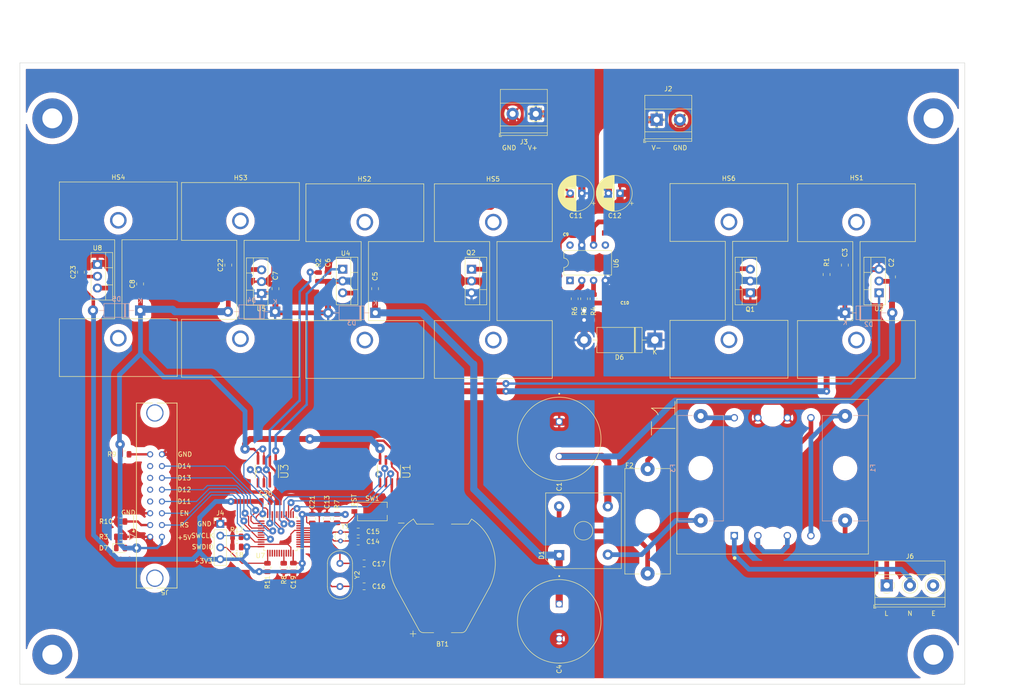
<source format=kicad_pcb>
(kicad_pcb (version 20211014) (generator pcbnew)
  (layers (0 "F.Cu" signal) (31 "B.Cu" signal) (34 "B.Paste" user) (35 "F.Paste" user) (36 "B.SilkS" user "B.Silkscreen") (37 "F.SilkS" user "F.Silkscreen") (38 "B.Mask" user) (39 "F.Mask" user) (44 "Edge.Cuts" user))
  (net 0 "")
  (net 1 "GND")
  (net 2 "/Dual supply/OUT-")
  (net 3 "/V-")
  (net 4 "/Dual supply/OUT+")
  (net 5 "/V+")
  (net 6 "/+5V")
  (net 7 "/MCU/RST")
  (net 8 "/MCU/OSC_IN_PD0")
  (net 9 "/MCU/OSC_OUT_PD1")
  (net 10 "/MCU/OSC_IN_PC14")
  (net 11 "/MCU/OSC_OUT_PC15")
  (net 12 "/MCU/RS")
  (net 13 "/MCU/EN")
  (net 14 "/MCU/D11")
  (net 15 "/MCU/D12")
  (net 16 "/MCU/D13")
  (net 17 "/MCU/D14")
  (net 18 "Earth")
  (net 19 "Net-(F1-Pad1)")
  (net 20 "Net-(J6-Pad2)")
  (net 21 "Net-(R1-Pad2)")
  (net 22 "Net-(R4-Pad2)")
  (net 23 "/MCU/SWDIO")
  (net 24 "/MCU/SWCLK")
  (net 25 "Net-(F1-Pad2)")
  (net 26 "Net-(F2-Pad1)")
  (net 27 "/INC-")
  (net 28 "/U{slash}D-")
  (net 29 "/Dual supply/ADJ-")
  (net 30 "/CS-")
  (net 31 "/INC+")
  (net 32 "/U{slash}D+")
  (net 33 "/Dual supply/ADJ+")
  (net 34 "/CS+")
  (net 38 "Net-(BT1-PadP)")
  (net 55 "Net-(R8-Pad2)")
  (net 56 "Net-(D1-Pad2)")
  (net 57 "Net-(D1-Pad4)")
  (net 60 "Net-(T1-Pad3)")
  (net 61 "/+3V3")
  (net 64 "Net-(D7-Pad1)")
  (net 73 "Net-(R6-Pad1)")
  (net 76 "Net-(Q1-Pad3)")
  (net 80 "Net-(J5-Pad3)")
  (net 83 "Net-(J5-Pad15)")
  (net 84 "Net-(F3-Pad1)")
  (net 85 "Net-(R2-Pad2)")
  (footprint "Resistor_SMD:R_0805_2012Metric" (layer "F.Cu") (at 317.2714 254.7801 90)
    (fp_text reference "R4")
    (fp_text value "10K")
  )
  (footprint "Package_QFP:LQFP-48_7x7mm_P0.5mm" (layer "F.Cu") (at 249.809 305.435 180)
    (fp_text reference "U7")
    (fp_text value "STM32F103C8Tx")
  )
  (footprint "Fuse:Fuseholder_Cylinder-5x20mm_Schurter_0031_8201_Horizontal_Open" (layer "F.Cu") (at 328.93 291.465 -90)
    (fp_text reference "F2")
    (fp_text value "0034.3119")
  )
  (footprint "Package_TO_SOT_THT:TO-220-3_Vertical" (layer "F.Cu") (at 290.9824 248.412 -90)
    (fp_text reference "Q2")
    (fp_text value "2SA4793")
  )
  (footprint "Capacitor_SMD:C_0805_2012Metric" (layer "F.Cu") (at 252.603 312.674 -90)
    (fp_text reference "C19")
    (fp_text value "100nF")
  )
  (footprint "Capacitor_SMD:C_0805_2012Metric" (layer "F.Cu") (at 371.4242 247.523 90)
    (fp_text reference "C3")
    (fp_text value "100uF/25V")
  )
  (footprint "Capacitor_SMD:C_0805_2012Metric" (layer "F.Cu") (at 238.5822 247.523 90)
    (fp_text reference "C22")
    (fp_text value "0.47uF")
  )
  (footprint "Connector_PinHeader_2.54mm:PinHeader_1x04_P2.54mm_Vertical" (layer "F.Cu") (at 236.855 303.276)
    (fp_text reference "J4")
    (fp_text value "Conn_01x04")
  )
  (footprint "Resistor_SMD:R_0805_2012Metric" (layer "F.Cu") (at 250.5202 312.674 90)
    (fp_text reference "R8")
    (fp_text value "10K")
  )
  (footprint "Diode_THT:Diode_Bridge_Vishay_KBPC1" (layer "F.Cu") (at 309.8551 310.007 90)
    (fp_text reference "D1")
    (fp_text value "VS-KBPC101")
  )
  (footprint "Resistor_SMD:R_0805_2012Metric" (layer "F.Cu") (at 315.2394 254.7801 -90)
    (fp_text reference "R5")
    (fp_text value "10K")
  )
  (footprint "Capacitor_SMD:C_0805_2012Metric" (layer "F.Cu") (at 270.2052 252.603 90)
    (fp_text reference "C5")
    (fp_text value "100nF/16V")
  )
  (footprint "Capacitor_THT:CP_Radial_D7.5mm_P2.50mm" (layer "F.Cu") (at 322.9864 232.0471 180)
    (fp_text reference "C12")
    (fp_text value "100uF")
  )
  (footprint "Resistor_SMD:R_0805_2012Metric" (layer "F.Cu") (at 247.015 312.674 90)
    (fp_text reference "R11")
    (fp_text value "10K")
  )
  (footprint "Resistor_SMD:R_0805_2012Metric" (layer "F.Cu") (at 215.392 302.768)
    (fp_text reference "R10")
    (fp_text value "1K")
  )
  (footprint "LED_SMD:LED_0805_2012Metric" (layer "F.Cu") (at 215.392 308.483)
    (fp_text reference "D7")
    (fp_text value "QBLP631-IW")
  )
  (footprint "MountingHole:MountingHole_4.3mm_M4_Pad" (layer "F.Cu") (at 390.525 215.9)
    (fp_text reference "REF**" hide)
    (fp_text value "MountingHole_4.3mm_M4_Pad")
  )
  (footprint "529702B02500G:HSINK_529702B02500G" (layer "F.Cu") (at 346.4508 250.9199 -90)
    (fp_text reference "HS6")
    (fp_text value "529702B02500G")
  )
  (footprint "Button_Switch_SMD:SW_Tactile_SPST_NO_Straight_CK_PTS636Sx25SMTRLFS" (layer "F.Cu") (at 269.621 300.609 180)
    (fp_text reference "SW1")
    (fp_text value "SW_Push")
  )
  (footprint "opamp cap:CAPC2012X70" (layer "F.Cu") (at 320.8274 255.6691)
    (fp_text reference "C10")
    (fp_text value "100nF")
  )
  (footprint "Capacitor_SMD:C_0805_2012Metric" (layer "F.Cu") (at 258.0132 250.063 90)
    (fp_text reference "R2")
    (fp_text value "240R")
  )
  (footprint "MountingHole:MountingHole_4.3mm_M4_Pad" (layer "F.Cu") (at 200.66 215.9)
    (fp_text reference "REF**" hide)
    (fp_text value "MountingHole_4.3mm_M4_Pad")
  )
  (footprint "Capacitor_SMD:C_0805_2012Metric" (layer "F.Cu") (at 381.5842 250.063 90)
    (fp_text reference "C2")
    (fp_text value "100nF/16V")
  )
  (footprint "529702B02500G:HSINK_529702B02500G" (layer "F.Cu") (at 241.1978 250.698 90)
    (fp_text reference "HS3")
    (fp_text value "529702B02500G")
  )
  (footprint "opamp cap:CAPC2012X70" (layer "F.Cu") (at 313.8424 240.9371 180)
    (fp_text reference "C9")
    (fp_text value "100nF")
  )
  (footprint "Package_TO_SOT_THT:TO-220-3_Vertical" (layer "F.Cu") (at 245.7502 253.619 90)
    (fp_text reference "U5")
    (fp_text value "LM7805_TO220")
  )
  (footprint "MountingHole:MountingHole_4.3mm_M4_Pad" (layer "F.Cu") (at 390.525 331.47)
    (fp_text reference "REF**" hide)
    (fp_text value "MountingHole_4.3mm_M4_Pad")
  )
  (footprint "Capacitor_SMD:C_0805_2012Metric" (layer "F.Cu") (at 267.843 311.785)
    (fp_text reference "C17")
    (fp_text value "22pF")
  )
  (footprint "MountingHole:MountingHole_4.3mm_M4_Pad" (layer "F.Cu") (at 200.66 331.47)
    (fp_text reference "REF**" hide)
    (fp_text value "MountingHole_4.3mm_M4_Pad")
  )
  (footprint "Package_TO_SOT_THT:TO-220-3_Vertical" (layer "F.Cu") (at 378.7902 253.492 90)
    (fp_text reference "U2")
    (fp_text value "LM337_TO220")
  )
  (footprint "Resistor_SMD:R_0805_2012Metric" (layer "F.Cu") (at 215.392 306.07)
    (fp_text reference "R3")
    (fp_text value "220R")
  )
  (footprint "Capacitor_SMD:C_0805_2012Metric" (layer "F.Cu") (at 266.573 304.927)
    (fp_text reference "C15")
    (fp_text value "22pF")
  )
  (footprint "Package_TO_SOT_THT:TO-220-3_Vertical" (layer "F.Cu") (at 210.3882 247.396 -90)
    (fp_text reference "U8")
    (fp_text value "LM3940")
  )
  (footprint "Resistor_SMD:R_0805_2012Metric" (layer "F.Cu") (at 313.2074 254.7801 -90)
    (fp_text reference "R6")
    (fp_text value "10K")
  )
  (footprint "DIGITAL POT:SOIC127P600X175-8N" (layer "F.Cu") (at 246.888 291.973 90)
    (fp_text reference "U3")
    (fp_text value "X9C103S")
  )
  (footprint "Resistor_SMD:R_0805_2012Metric" (layer "F.Cu") (at 262.001 302.133 90)
    (fp_text reference "R7")
    (fp_text value "10K")
  )
  (footprint "Capacitor_SMD:C_0805_2012Metric" (layer "F.Cu") (at 260.0452 250.063 90)
    (fp_text reference "C6")
    (fp_text value "100uF/25V")
  )
  (footprint "Capacitor_SMD:C_0805_2012Metric" (layer "F.Cu") (at 219.583 251.587 90)
    (fp_text reference "C8")
    (fp_text value "0.1uF")
  )
  (footprint "Package_TO_SOT_THT:TO-220-3_Vertical" (layer "F.Cu") (at 263.2202 248.412 -90)
    (fp_text reference "U4")
    (fp_text value "LM317T")
  )
  (footprint "Crystal:Resonator-2Pin_W10.0mm_H5.0mm" (layer "F.Cu") (at 262.636 311.785 -90)
    (fp_text reference "Y2")
    (fp_text value "8MHz")
  )
  (footprint "TerminalBlock_Phoenix:TerminalBlock_Phoenix_MKDS-1,5-2_1x02_P5.00mm_Horizontal" (layer "F.Cu") (at 330.875 216.205)
    (fp_text reference "J2")
    (fp_text value "1")
  )
  (footprint "529702B02500G:HSINK_529702B02500G" (layer "F.Cu") (at 214.884 250.571 -90)
    (fp_text reference "HS4")
    (fp_text value "529702B02500G")
  )
  (footprint "Resistor_SMD:R_0805_2012Metric" (layer "F.Cu") (at 240.411 306.07 180)
    (fp_text reference "R12")
    (fp_text value "10K")
  )
  (footprint "Package_DIP:DIP-8_W7.62mm" (layer "F.Cu") (at 312.2014 250.8331 90)
    (fp_text reference "U6")
    (fp_text value "LM741")
  )
  (footprint "Crystal:Crystal_C26-LF_D2.1mm_L6.5mm_Vertical" (layer "F.Cu") (at 262.763 305.054 -90)
    (fp_text reference "Y1")
    (fp_text value "32.768K")
  )
  (footprint "rect_cap:CAPPRD750W80D1800H4200" (layer "F.Cu") (at 309.88 324.2818 -90)
    (fp_text reference "C4")
    (fp_text value "4700uF/35V")
  )
  (footprint "Capacitor_SMD:C_0805_2012Metric" (layer "F.Cu") (at 267.843 316.738)
    (fp_text reference "C16")
    (fp_text value "22pF")
  )
  (footprint "TerminalBlock_Phoenix:TerminalBlock_Phoenix_MKDS-1,5-3_1x03_P5.00mm_Horizontal" (layer "F.Cu") (at 380.445 316.535)
    (fp_text reference "J6")
    (fp_text value "703W-00/08")
  )
  (footprint "Package_TO_SOT_THT:TO-220-3_Vertical" (layer "F.Cu") (at 351.0534 253.492 90)
    (fp_text reference "Q1")
    (fp_text value "2SA1837")
  )
  (footprint "TerminalBlock_Phoenix:TerminalBlock_Phoenix_MKDS-1,5-2_1x02_P5.00mm_Horizontal" (layer "F.Cu") (at 299.76 214.935)
    (fp_text reference "J3")
    (fp_text value "1")
  )
  (footprint "DIGITAL POT:SOIC127P600X175-8N" (layer "F.Cu") (at 273.177 291.973 90)
    (fp_text reference "U1")
    (fp_text value "X9C103S")
  )
  (footprint "Capacitor_THT:CP_Radial_D7.5mm_P2.50mm" (layer "F.Cu") (at 314.749794 232.0471 180)
    (fp_text reference "C11")
    (fp_text value "100uF")
  )
  (footprint "Diode_THT:D_DO-201AD_P15.24mm_Horizontal" (layer "F.Cu") (at 330.4794 263.6701 180)
    (fp_text reference "D6")
    (fp_text value "1N5402/3A/200V")
  )
  (footprint "Capacitor_SMD:C_0805_2012Metric" (layer "F.Cu") (at 246.634 298.45)
    (fp_text reference "C20")
    (fp_text value "100nF")
  )
  (footprint "Resistor_SMD:R_0805_2012Metric" (layer "F.Cu") (at 216.281 288.29)
    (fp_text reference "R9")
    (fp_text value "10K")
  )
  (footprint "529702B02500G:HSINK_529702B02500G" (layer "F.Cu") (at 295.6814 250.9701 -90)
    (fp_text reference "HS5")
    (fp_text value "529702B02500G")
  )
  (footprint "Capacitor_SMD:C_0805_2012Metric" (layer "F.Cu") (at 367.4872 249.555 -90)
    (fp_text reference "R1")
    (fp_text value "120R")
  )
  (footprint "Capacitor_SMD:C_0805_2012Metric" (layer "F.Cu") (at 248.7422 252.603 90)
    (fp_text reference "C7")
    (fp_text value "0.22uF")
  )
  (footprint "footprints:CONN_XG4A-1631_OMR" (layer "F.Cu") (at 224.282 288.29 90)
    (fp_text reference "J5")
    (fp_text value "FLAT za displej")
  )
  (footprint "rect_cap:CAPPRD750W80D1800H4200" (layer "F.Cu") (at 309.88 284.988 -90)
    (fp_text reference "C1")
    (fp_text value "4700uF/35V")
  )
  (footprint "Capacitor_SMD:C_0805_2012Metric" (layer "F.Cu") (at 256.667 302.133 90)
    (fp_text reference "C21")
    (fp_text value "100nF")
  )
  (footprint "VPP28_090:XFMR_VPP28-090" (layer "F.Cu") (at 355.854 293.116)
    (fp_text reference "T1")
    (fp_text value "VPP28–090")
  )
  (footprint "Capacitor_SMD:C_0805_2012Metric" (layer "F.Cu") (at 206.8322 249.047 90)
    (fp_text reference "C23")
    (fp_text value "33uF")
  )
  (footprint "battery holder:BAT_1062TR" (layer "F.Cu") (at 284.734 315.087)
    (fp_text reference "BT1")
    (fp_text value "1062TR")
  )
  (footprint "Capacitor_SMD:C_0805_2012Metric" (layer "F.Cu") (at 240.411 308.2544 180)
    (fp_text reference "C18")
    (fp_text value "100nF")
  )
  (footprint "Capacitor_SMD:C_0805_2012Metric" (layer "F.Cu") (at 259.842 302.133 -90)
    (fp_text reference "C13")
    (fp_text value "1uF")
  )
  (footprint "529702B02500G:HSINK_529702B02500G" (layer "F.Cu") (at 267.9954 250.9701 -90)
    (fp_text reference "HS2")
    (fp_text value "529702B02500G")
  )
  (footprint "529702B02500G:HSINK_529702B02500G" (layer "F.Cu") (at 373.9134 250.9701 90)
    (fp_text reference "HS1")
    (fp_text value "529702B02500G")
  )
  (footprint "Capacitor_SMD:C_0805_2012Metric" (layer "F.Cu") (at 266.573 307.086)
    (fp_text reference "C14")
    (fp_text value "22pF")
  )
  (footprint "Diode_THT:D_DO-41_SOD81_P10.16mm_Horizontal" (layer "B.Cu") (at 219.583 257.302 180)
    (fp_text reference "D5")
    (fp_text value "1N4002")
  )
  (footprint "Diode_THT:D_DO-41_SOD81_P10.16mm_Horizontal" (layer "B.Cu") (at 270.256 257.81 180)
    (fp_text reference "D3")
    (fp_text value "1N4002")
  )
  (footprint "Diode_THT:D_DO-41_SOD81_P10.16mm_Horizontal" (layer "B.Cu") (at 371.475 257.81)
    (fp_text reference "D2")
    (fp_text value "1N4002")
  )
  (footprint "Fuse:Fuseholder_Cylinder-5x20mm_Schurter_0031_8201_Horizontal_Open" (layer "B.Cu") (at 371.475 302.535 90)
    (fp_text reference "F1")
    (fp_text value "0034.3105")
  )
  (footprint "Fuse:Fuseholder_Cylinder-5x20mm_Schurter_0031_8201_Horizontal_Open" (layer "B.Cu") (at 340.36 280.035 -90)
    (fp_text reference "F3")
    (fp_text value "0034.3119")
  )
  (footprint "Diode_THT:D_DO-41_SOD81_P10.16mm_Horizontal" (layer "B.Cu") (at 248.666 257.556 180)
    (fp_text reference "D4")
    (fp_text value "1N4002")
  )
  (gr_line (start 218.186 301.498) (end 218.186 304.292) (layer "F.SilkS") (width 0.15))
  (gr_line (start 218.186 304.292) (end 218.186 304.927) (layer "F.SilkS") (width 0.15))
  (gr_line (start 218.313 304.673) (end 218.313 305.054) (layer "F.SilkS") (width 0.15))
  (gr_line (start 218.313 305.054) (end 217.932 304.927) (layer "F.SilkS") (width 0.15))
  (gr_line (start 217.932 304.927) (end 218.313 304.673) (layer "F.SilkS") (width 0.15))
  (gr_line (start 218.186 304.927) (end 218.313 305.054) (layer "F.SilkS") (width 0.15))
  (gr_line (start 193.675 203.962) (end 193.675 337.82) (layer "Edge.Cuts") (width 0.1))
  (gr_line (start 193.675 337.82) (end 397.256 337.82) (layer "Edge.Cuts") (width 0.1))
  (gr_line (start 397.256 203.962) (end 193.675 203.962) (layer "Edge.Cuts") (width 0.1))
  (gr_line (start 397.256 337.82) (end 397.256 203.962) (layer "Edge.Cuts") (width 0.1))
  (segment (start 313.2074 234.8411) (end 321.7491 234.8411) (width 1.524) (layer "F.Cu") (net 1))
  (segment (start 257.544 304.685) (end 258.191 304.038) (width 0.254) (layer "F.Cu") (net 1))
  (segment (start 251.424 307.685) (end 252.059 308.32) (width 0.254) (layer "F.Cu") (net 1))
  (segment (start 287.2994 249.0651) (end 289.1863 250.952) (width 1.524) (layer "F.Cu") (net 1))
  (segment (start 221.742 306.07) (end 221.742 308.864) (width 1.27) (layer "F.Cu") (net 1))
  (segment (start 256.667 298.704) (end 258.318 297.053) (width 0.508) (layer "F.Cu") (net 1))
  (segment (start 306.0373 251.2241) (end 308.3814 251.2241) (width 1.524) (layer "F.Cu") (net 1))
  (segment (start 332.4679 232.0471) (end 335.875 228.64) (width 1.524) (layer "F.Cu") (net 1))
  (segment (start 246.8372 251.079) (end 247.4112 251.653) (width 1.016) (layer "F.Cu") (net 1))
  (segment (start 267.462 294.259) (end 267.462 286.512) (width 0.508) (layer "F.Cu") (net 1))
  (segment (start 311.3024 234.8411) (end 304.0561 234.8411) (width 1.524) (layer "F.Cu") (net 1))
  (segment (start 285.9786 244.221) (end 285.9786 244.2464) (width 1.27) (layer "F.Cu") (net 1))
  (segment (start 359.029 280.416) (end 359.029 278.13) (width 1.524) (layer "F.Cu") (net 1))
  (segment (start 229.489 326.644) (end 233.68 330.835) (width 1.27) (layer "F.Cu") (net 1))
  (segment (start 247.559 298.475) (end 247.584 298.45) (width 0.3048) (layer "F.Cu") (net 1))
  (segment (start 321.7774 255.6691) (end 344.4821 255.6691) (width 1.524) (layer "F.Cu") (net 1))
  (segment (start 252.845 304.685) (end 253.9715 304.685) (width 0.254) (layer "F.Cu") (net 1))
  (segment (start 238.5822 244.856) (end 240.1062 243.332) (width 1.27) (layer "F.Cu") (net 1))
  (segment (start 260.0452 245.999) (end 261.8232 244.221) (width 1.27) (layer "F.Cu") (net 1))
  (segment (start 301.625 278.384) (end 284.734 295.275) (width 1.524) (layer "F.Cu") (net 1))
  (segment (start 252.603 313.624) (end 250.5577 313.624) (width 0.762) (layer "F.Cu") (net 1))
  (segment (start 271.9832 244.221) (end 285.9786 244.221) (width 1.27) (layer "F.Cu") (net 1))
  (segment (start 214.4795 301.585) (end 214.4795 302.768) (width 0.508) (layer "F.Cu") (net 1))
  (segment (start 270.2052 245.999) (end 271.9832 244.221) (width 1.27) (layer "F.Cu") (net 1))
  (segment (start 304.5641 251.206) (end 301.5742 254.1959) (width 1.524) (layer "F.Cu") (net 1))
  (segment (start 248.92 330.835) (end 252.603 327.152) (width 1.27) (layer "F.Cu") (net 1))
  (segment (start 295.1661 234.8411) (end 289.0339 234.8411) (width 1.524) (layer "F.Cu") (net 1))
  (segment (start 284.099 300.609) (end 284.734 301.244) (width 0.762) (layer "F.Cu") (net 1))
  (segment (start 312.249794 233.893706) (end 311.3024 234.8411) (width 1.524) (layer "F.Cu") (net 1))
  (segment (start 255.016 297.053) (end 256.667 298.704) (width 0.508) (layer "F.Cu") (net 1))
  (segment (start 301.8698 328.0318) (end 309.88 328.0318) (width 1.524) (layer "F.Cu") (net 1))
  (segment (start 252.059 307.05) (end 252.059 305.471) (width 0.254) (layer "F.Cu") (net 1))
  (segment (start 246.8372 251.079) (end 245.7502 251.079) (width 1.27) (layer "F.Cu") (net 1))
  (segment (start 248.4882 249.428) (end 246.8372 251.079) (width 1.27) (layer "F.Cu") (net 1))
  (segment (start 245.6465 307.685) (end 251.424 307.685) (width 0.254) (layer "F.Cu") (net 1))
  (segment (start 352.552 280.289) (end 352.679 280.416) (width 1.524) (layer "F.Cu") (net 1))
  (segment (start 268.793 316.738) (end 268.793 311.785) (width 0.508) (layer "F.Cu") (net 1))
  (segment (start 250.5202 243.459) (end 257.5052 243.459) (width 1.27) (layer "F.Cu") (net 1))
  (segment (start 256.54 331.089) (end 252.603 327.152) (width 1.524) (layer "F.Cu") (net 1))
  (segment (start 321.0814 261.2571) (end 321.7774 260.5611) (width 1.27) (layer "F.Cu") (net 1))
  (segment (start 215.0745 300.99) (end 214.4795 301.585) (width 0.508) (layer "F.Cu") (net 1))
  (segment (start 247.523 289.5092) (end 247.523 290.703) (width 0.508) (layer "F.Cu") (net 1))
  (segment (start 322.9864 233.6038) (end 322.9864 232.0471) (width 1.524) (layer "F.Cu") (net 1))
  (segment (start 299.84 230.1672) (end 299.84 230.625) (width 1.524) (layer "F.Cu") (net 1))
  (segment (start 284.734 301.244) (end 284.734 304.207) (width 0.762) (layer "F.Cu") (net 1))
  (segment (start 301.5742 254.1959) (end 298.3303 250.952) (width 1.524) (layer "F.Cu") (net 1))
  (segment (start 239.4985 307.5705) (end 239.461 307.608) (width 0.762) (layer "F.Cu") (net 1))
  (segment (start 248.793 295.91) (end 249.936 297.053) (width 0.508) (layer "F.Cu") (net 1))
  (segment (start 246.888 296.418) (end 247.584 297.114) (width 0.762) (layer "F.Cu") (net 1))
  (segment (start 312.249794 233.883494) (end 312.249794 233.893706) (width 1.524) (layer "F.Cu") (net 1))
  (segment (start 272.034 285.369) (end 273.812 287.147) (width 0.508) (layer "F.Cu") (net 1))
  (segment (start 236.855 303.276) (end 236.855 298.323) (width 0.762) (layer "F.Cu") (net 1))
  (segment (start 248.793 294.4368) (end 248.793 295.905) (width 0.508) (layer "F.Cu") (net 1))
  (segment (start 258.191 301.752) (end 257.622 301.183) (width 0.254) (layer "F.Cu") (net 1))
  (segment (start 264.668 297.053) (end 267.462 294.259) (width 0.508) (layer "F.Cu") (net 1))
  (segment (start 351.2223 276.6733) (end 317.7705 276.6733) (width 1.524) (layer "F.Cu") (net 1))
  (segment (start 352.552 278.003) (end 352.552 280.289) (width 1.524) (layer "F.Cu") (net 1))
  (segment (start 350.9264 253.365) (end 351.0534 253.492) (width 1.524) (layer "F.Cu") (net 1))
  (segment (start 210.3882 247.396) (end 209.296 247.396) (width 1.016) (layer "F.Cu") (net 1))
  (segment (start 258.76 301.183) (end 259.842 301.183) (width 0.254) (layer "F.Cu") (net 1))
  (segment (start 284.734 299.974) (end 284.734 296.799) (width 0.762) (layer "F.Cu") (net 1))
  (segment (start 206.8932 248.158) (end 206.8322 248.097) (width 1.016) (layer "F.Cu") (net 1))
  (segment (start 299.84 214.935) (end 299.84 230.1672) (width 1.524) (layer "F.Cu") (net 1))
  (segment (start 299.84 230.1672) (end 298.0236 231.9836) (width 1.524) (layer "F.Cu") (net 1))
  (segment (start 371.4242 246.573) (end 380.7612 246.573) (width 1.016) (layer "F.Cu") (net 1))
  (segment (start 221.676 246.573) (end 238.5822 246.573) (width 1.524) (layer "F.Cu") (net 1))
  (segment (start 247.559 301.2725) (end 247.559 298.475) (width 0.3048) (layer "F.Cu") (net 1))
  (segment (start 227.584 310.388) (end 229.489 308.483) (width 1.27) (layer "F.Cu") (net 1))
  (segment (start 267.523 307.086) (end 267.523 304.927) (width 0.508) (layer "F.Cu") (net 1))
  (segment (start 268.605 285.369) (end 272.034 285.369) (width 0.508) (layer "F.Cu") (net 1))
  (segment (start 239.4985 304.0145) (end 239.4985 306.07) (width 0.762) (layer "F.Cu") (net 1))
  (segment (start 229.489 304.927) (end 229.489 308.483) (width 1.27) (layer "F.Cu") (net 1))
  (segment (start 238.76 296.418) (end 246.888 296.418) (width 0.762) (layer "F.Cu") (net 1))
  (segment (start 313.9694 261.2571) (end 321.0814 261.2571) (width 1.27) (layer "F.Cu") (net 1))
  (segment (start 258.191 301.752) (end 258.76 301.183) (width 0.254) (layer "F.Cu") (net 1))
  (segment (start 298.3303 250.952) (end 290.9824 250.952) (width 1.524) (layer "F.Cu") (net 1))
  (segment (start 380.7612 246.573) (end 381.5842 247.396) (width 1.016) (layer "F.Cu") (net 1))
  (segment (start 216.3045 306.07) (end 216.281 306.0465) (width 0.508) (layer "F.Cu") (net 1))
  (segment (start 208.534 248.158) (end 206.8932 248.158) (width 1.016) (layer "F.Cu") (net 1))
  (segment (start 273.812 289.5092) (end 273.812 290.957) (width 0.381) (layer "F.Cu") (net 1))
  (segment (start 308.3814 251.2241) (end 309.7784 249.8271) (width 1.524) (layer "F.Cu") (net 1))
  (segment (start 238.76 296.418) (end 230.632 288.29) (width 0.762) (layer "F.Cu") (net 1))
  (segment (start 230.632 288.29) (end 224.282 288.29) (width 0.762) (layer "F.Cu") (net 1))
  (segment (start 267.523 308.671) (end 268.793 309.941) (width 0.508) (layer "F.Cu") (net 1))
  (segment (start 381.5842 247.396) (end 381.5842 249.113) (width 1.016) (layer "F.Cu") (net 1))
  (segment (start 250.5577 313.624) (end 250.5202 313.5865) (width 0.762) (layer "F.Cu") (net 1))
  (segment (start 239.461 307.608) (end 239.461 308.2544) (width 0.762) (layer "F.Cu") (net 1))
  (segment (start 219.583 248.8946) (end 217.8304 247.142) (width 1.524) (layer "F.Cu") (net 1))
  (segment (start 290.703 331.089) (end 256.54 331.089) (width 1.524) (layer "F.Cu") (net 1))
  (segment (start 238.5822 244.856) (end 238.5822 246.253) (width 1.27) (layer "F.Cu") (net 1))
  (segment (start 346.7862 253.365) (end 350.9264 253.365) (width 1.524) (layer "F.Cu") (net 1))
  (segment (start 236.855 298.323) (end 238.76 296.418) (width 0.762) (layer "F.Cu") (net 1))
  (segment (start 297.815 323.977) (end 290.703 331.089) (width 1.524) (layer "F.Cu") (net 1))
  (segment (start 311.5564 240.9371) (end 309.7784 242.7151) (width 1.27) (layer "F.Cu") (net 1))
  (segment (start 284.734 295.275) (end 284.734 296.799) (width 0.762) (layer "F.Cu") (net 1))
  (segment (start 221.742 308.864) (end 223.266 310.388) (width 1.27) (layer "F.Cu") (net 1))
  (segment (start 214.4795 303.5065) (end 214.4795 302.768) (width 0.508) (layer "F.Cu") (net 1))
  (segment (start 219.583 250.637) (end 219.583 249.174) (width 1.524) (layer "F.Cu") (net 1))
  (segment (start 253.9715 304.685) (end 257.544 304.685) (width 0.254) (layer "F.Cu") (net 1))
  (segment (start 309.7784 252.6211) (end 309.7784 252.8751) (width 1.524) (layer "F.Cu") (net 1))
  (segment (start 257.622 301.183) (end 256.667 301.183) (width 0.254) (layer "F.Cu") (net 1))
  (segment (start 297.815 323.977) (end 301.8698 328.0318) (width 1.524) (layer "F.Cu") (net 1))
  (segment (start 257.5052 243.459) (end 260.0452 245.999) (width 1.27) (layer "F.Cu") (net 1))
  (segment (start 306.0192 251.206) (end 306.0373 251.2241) (width 1.524) (layer "F.Cu") (net 1))
  (segment (start 261.8232 244.221) (end 268.4272 244.221) (width 1.27) (layer "F.Cu") (net 1))
  (segment (start 273.812 290.957) (end 275.082 292.227) (width 0.381) (layer "F.Cu") (net 1))
  (segment (start 267.523 307.086) (end 267.523 308.671) (width 0.508) (layer "F.Cu") (net 1))
  (segment (start 270.2052 245.999) (end 270.2052 251.46) (width 1.27) (layer "F.Cu") (net 1))
  (segment (start 267.462 286.512) (end 268.605 285.369) (width 0.508) (layer "F.Cu") (net 1))
  (segment (start 299.84 230.625) (end 304.0561 234.8411) (width 1.524) (layer "F.Cu") (net 1))
  (segment (start 258.191 304.038) (end 258.191 301.752) (width 0.254) (layer "F.Cu") (net 1))
  (segment (start 297.815 309.118) (end 297.815 323.977) (width 1.524) (layer "F.Cu") (net 1))
  (segment (start 248.793 291.973) (end 248.793 294.4368) (width 0.508) (layer "F.Cu") (net 1))
  (segment (start 247.523 290.703) (end 248.793 291.973) (width 0.508) (layer "F.Cu") (net 1))
  (segment (start 246.3292 243.332) (end 248.4882 245.491) (width 1.27) (layer "F.Cu") (net 1))
  (segment (start 351.0534 253.492) (end 356.8192 253.492) (width 1.524) (layer "F.Cu") (net 1))
  (segment (start 322.9864 232.0471) (end 332.4679 232.0471) (width 1.524) (layer "F.Cu") (net 1))
  (segment (start 233.68 330.835) (end 248.92 330.835) (width 1.27) (layer "F.Cu") (net 1))
  (segment (start 284.734 296.799) (end 284.734 297.688) (width 0.762) (layer "F.Cu") (net 1))
  (segment (start 236.855 303.276) (end 231.14 303.276) (width 1.27) (layer "F.Cu") (net 1))
  (segment (start 353.695 276.86) (end 352.552 278.003) (width 1.524) (layer "F.Cu") (net 1))
  (segment (start 238.76 303.276) (end 239.4985 304.0145) (width 0.762) (layer "F.Cu") (net 1))
  (segment (start 317.7705 276.6733) (end 313.0788 281.365) (width 1.524) (layer "F.Cu") (net 1))
  (segment (start 240.1062 243.332) (end 246.3292 243.332) (width 1.27) (layer "F.Cu") (net 1))
  (segment (start 344.4821 255.6691) (end 346.7862 253.365) (width 1.524) (layer "F.Cu") (net 1))
  (segment (start 313.0788 281.365) (end 304.4282 281.365) (width 1.524) (layer "F.Cu") (net 1))
  (segment (start 289.1863 250.952) (end 290.9824 250.952) (width 1.524) (layer "F.Cu") (net 1))
  (segment (start 359.029 278.13) (end 357.759 276.86) (width 1.524) (layer "F.Cu") (net 1))
  (segment (start 223.266 310.388) (end 227.584 310.388) (width 1.27) (layer "F.Cu") (net 1))
  (segment (start 229.489 312.293) (end 229.489 326.644) (width 1.27) (layer "F.Cu") (net 1))
  (segment (start 216.3045 306.07) (end 221.742 306.07) (width 0.508) (layer "F.Cu") (net 1))
  (segment (start 308.3814 251.2241) (end 309.7784 252.6211) (width 1.524) (layer "F.Cu") (net 1))
  (segment (start 217.8304 247.142) (end 210.6422 247.142) (width 1.524) (layer "F.Cu") (net 1))
  (segment (start 285.9786 244.2464) (end 287.2994 245.5672) (width 1.27) (layer "F.Cu") (net 1))
  (segment (start 335.875 228.64) (end 335.875 216.205) (width 1.524) (layer "F.Cu") (net 1))
  (segment (start 287.2994 242.9002) (end 287.2994 240.8101) (width 1.27) (layer "F.Cu") (net 1))
  (segment (start 313.2074 255.6926) (end 313.2074 260.4951) (width 1.27) (layer "F.Cu") (net 1))
  (segment (start 306.0192 251.206) (end 304.5641 251.206) (width 1.524) (layer "F.Cu") (net 1))
  (segment (start 287.2994 245.5672) (end 287.2994 249.0651) (width 1.27) (layer "F.Cu") (net 1))
  (segment (start 313.2074 260.4951) (end 313.9694 261.2571) (width 1.27) (layer "F.Cu") (net 1))
  (segment (start 216.281 306.0465) (end 216.281 305.308) (width 0.508) (layer "F.Cu") (net 1))
  (segment (start 369.5852 246.573) (end 371.4242 246.573) (width 1.016) (layer "F.Cu") (net 1))
  (segment (start 321.7491 234.8411) (end 322.9864 233.6038) (width 1.524) (layer "F.Cu") (net 1))
  (segment (start 284.734 304.207) (end 292.904 304.207) (width 1.524) (layer "F.Cu") (net 1))
  (segment (start 352.552 278.003) (end 351.2223 276.6733) (width 1.524) (layer "F.Cu") (net 1))
  (segment (start 312.249794 233.883494) (end 313.2074 234.8411) (width 1.524) (layer "F.Cu") (net 1))
  (segment (start 248.4882 245.491) (end 250.5202 243.459) (width 1.27) (layer "F.Cu") (net 1))
  (segment (start 312.249794 232.0471) (end 312.249794 233.883494) (width 1.524) (layer "F.Cu") (net 1))
  (segment (start 309.7784 242.7151) (end 309.7784 249.8271) (width 1.27) (layer "F.Cu") (net 1))
  (segment (start 273.496 300.609) (end 284.099 300.609) (width 0.762) (layer "F.Cu") (net 1))
  (segment (start 251.424 307.685) (end 252.059 307.05) (width 0.254) (layer "F.Cu") (net 1))
  (segment (start 275.082 292.227) (end 275.082 294.4368) (width 0.381) (layer "F.Cu") (net 1))
  (segment (start 239.4985 306.07) (end 239.4985 307.5705) (width 0.762) (layer "F.Cu") (net 1))
  (segment (start 258.318 297.053) (end 264.668 297.053) (width 0.508) (layer "F.Cu") (net 1))
  (segment (start 309.7784 252.8751) (end 309.7784 254.5261) (width 1.27) (layer "F.Cu") (net 1))
  (segment (start 285.9786 244.221) (end 287.2994 242.9002) (width 1.27) (layer "F.Cu") (net 1))
  (segment (start 356.8192 253.492) (end 363.7382 246.573) (width 1.524) (layer "F.Cu") (net 1))
  (segment (start 309.7784 254.5261) (end 310.9449 255.6926) (width 1.27) (layer "F.Cu") (net 1))
  (segment (start 210.6422 247.142) (end 210.3882 247.396) (width 1.524) (layer "F.Cu") (net 1))
  (segment (start 301.5742 278.511) (end 301.5742 254.1959) (width 1.524) (layer "F.Cu") (net 1))
  (segment (start 236.855 303.276) (end 238.76 303.276) (width 0.762) (layer "F.Cu") (net 1))
  (segment (start 216.281 305.308) (end 214.4795 303.5065) (width 0.508) (layer "F.Cu") (net 1))
  (segment (start 260.0452 245.999) (end 260.0452 248.92) (width 1.27) (layer "F.Cu") (net 1))
  (segment (start 221.742 300.99) (end 215.0745 300.99) (width 0.508) (layer "F.Cu") (net 1))
  (segment (start 209.296 247.396) (end 208.534 248.158) (width 1.016) (layer "F.Cu") (net 1))
  (segment (start 231.14 303.276) (end 229.489 304.927) (width 1.27) (layer "F.Cu") (net 1))
  (segment (start 220.091 248.158) (end 221.676 246.573) (width 1.524) (layer "F.Cu") (net 1))
  (segment (start 247.4112 251.653) (end 248.7422 251.653) (width 1.016) (layer "F.Cu") (net 1))
  (segment (start 289.0339 234.8411) (end 287.2994 236.5756) (width 1.524) (layer "F.Cu") (net 1))
  (segment (start 256.667 298.704) (end 256.667 301.183) (width 0.508) (layer "F.Cu") (net 1))
  (segment (start 363.7382 246.573) (end 369.5852 246.573) (width 1.016) (layer "F.Cu") (net 1))
  (segment (start 310.9449 255.6926) (end 313.2074 255.6926) (width 1.27) (layer "F.Cu") (net 1))
  (segment (start 304.4282 281.365) (end 301.5742 278.511) (width 1.524) (layer "F.Cu") (net 1))
  (segment (start 249.936 297.053) (end 255.016 297.053) (width 0.508) (layer "F.Cu") (net 1))
  (segment (start 268.4272 244.221) (end 270.2052 245.999) (width 1.27) (layer "F.Cu") (net 1))
  (segment (start 248.793 295.905) (end 248.793 295.91) (width 0.508) (layer "F.Cu") (net 1))
  (segment (start 312.8924 240.9371) (end 311.5564 240.9371) (width 1.27) (layer "F.Cu") (net 1))
  (segment (start 252.059 308.32) (end 252.059 309.5975) (width 0.254) (layer "F.Cu") (net 1))
  (segment (start 292.904 304.207) (end 297.815 309.118) (width 1.524) (layer "F.Cu") (net 1))
  (segment (start 357.759 276.86) (end 353.695 276.86) (width 1.524) (layer "F.Cu") (net 1))
  (segment (start 273.812 287.147) (end 273.812 289.5092) (width 0.508) (layer "F.Cu") (net 1))
  (segment (start 284.099 300.609) (end 284.734 299.974) (width 0.762) (layer "F.Cu") (net 1))
  (segment (start 248.793 295.905) (end 247.584 297.114) (width 0.508) (layer "F.Cu") (net 1))
  (segment (start 287.2994 236.5756) (end 287.2994 240.8101) (width 1.524) (layer "F.Cu") (net 1))
  (segment (start 298.0236 231.9836) (end 295.1661 234.8411) (width 1.524) (layer "F.Cu") (net 1))
  (segment (start 321.7774 260.5611) (end 321.7774 255.6691) (width 1.27) (layer "F.Cu") (net 1))
  (segment (start 252.603 313.817) (end 252.603 327.152) (width 1.27) (layer "F.Cu") (net 1))
  (segment (start 268.793 309.941) (end 268.793 311.785) (width 0.508) (layer "F.Cu") (net 1))
  (segment (start 247.584 297.114) (end 247.584 298.45) (width 0.762) (layer "F.Cu") (net 1))
  (segment (start 248.4882 245.491) (end 248.4882 249.428) (width 1.27) (layer "F.Cu") (net 1))
  (segment (start 227.584 310.388) (end 229.489 312.293) (width 1.27) (layer "F.Cu") (net 1))
  (segment (start 252.059 305.471) (end 252.845 304.685) (width 0.254) (layer "F.Cu") (net 1))
  (segment (start 381.5842 257.81) (end 381.5842 251.206) (width 1.27) (layer "F.Cu") (net 2))
  (segment (start 320.3551 290.0021) (end 319.091 288.738) (width 1.524) (layer "F.Cu") (net 2))
  (segment (start 319.091 288.738) (end 309.88 288.738) (width 1.524) (layer "F.Cu") (net 2))
  (segment (start 381.5842 251.013) (end 378.8512 251.013) (width 1.016) (layer "F.Cu") (net 2))
  (segment (start 320.3551 299.507) (end 320.3551 290.0021) (width 1.524) (layer "F.Cu") (net 2))
  (segment (start 378.8512 251.013) (end 378.7902 250.952) (width 1.016) (layer "F.Cu") (net 2))
  (segment (start 381.5842 257.81) (end 381.5842 268.0208) (width 1.27) (layer "B.Cu") (net 2))
  (segment (start 334.264 277.241) (end 322.767 288.738) (width 1.27) (layer "B.Cu") (net 2))
  (segment (start 322.767 288.738) (end 309.88 288.738) (width 1.27) (layer "B.Cu") (net 2))
  (segment (start 372.872 276.733) (end 334.8482 276.733) (width 1.27) (layer "B.Cu") (net 2))
  (segment (start 334.8482 276.733) (end 334.2132 277.368) (width 1.27) (layer "B.Cu") (net 2))
  (segment (start 381.5842 268.0208) (end 372.872 276.733) (width 1.27) (layer "B.Cu") (net 2))
  (segment (start 319.8774 255.6691) (end 319.8774 250.8891) (width 1.016) (layer "F.Cu") (net 3))
  (segment (start 319.8774 250.8891) (end 319.8214 250.8331) (width 1.016) (layer "F.Cu") (net 3))
  (segment (start 320.4864 232.0471) (end 320.4864 219.8986) (width 1.524) (layer "F.Cu") (net 3))
  (segment (start 371.4242 248.473) (end 378.7292 248.473) (width 1.016) (layer "F.Cu") (net 3))
  (segment (start 319.8539 255.6926) (end 319.8774 255.6691) (width 1.016) (layer "F.Cu") (net 3))
  (segment (start 369.1992 248.605) (end 369.3312 248.473) (width 0.762) (layer "F.Cu") (net 3))
  (segment (start 367.4872 248.605) (end 369.1992 248.605) (width 0.762) (layer "F.Cu") (net 3))
  (segment (start 378.7292 248.473) (end 378.7902 248.412) (width 1.016) (layer "F.Cu") (net 3))
  (segment (start 320.4864 219.8986) (end 324.18 216.205) (width 1.524) (layer "F.Cu") (net 3))
  (segment (start 324.18 216.205) (end 330.875 216.205) (width 1.524) (layer "F.Cu") (net 3))
  (segment (start 371.4242 257.81) (end 371.4242 248.473) (width 1.016) (layer "F.Cu") (net 3))
  (segment (start 369.3312 248.473) (end 371.4242 248.473) (width 0.762) (layer "F.Cu") (net 3))
  (segment (start 317.2714 255.6926) (end 319.8539 255.6926) (width 1.016) (layer "F.Cu") (net 3))
  (segment (start 326.2884 249.8071) (end 325.2624 250.8331) (width 1.524) (layer "B.Cu") (net 3))
  (segment (start 357.2002 250.952) (end 351.0534 250.952) (width 1.524) (layer "B.Cu") (net 3))
  (segment (start 322.7324 263.6701) (end 330.4794 263.6701) (width 1.524) (layer "B.Cu") (net 3))
  (segment (start 326.2884 249.8071) (end 327.3144 250.8331) (width 1.524) (layer "B.Cu") (net 3))
  (segment (start 320.4864 238.0561) (end 326.2884 243.8581) (width 1.524) (layer "B.Cu") (net 3))
  (segment (start 371.4242 257.81) (end 364.0582 257.81) (width 1.524) (layer "B.Cu") (net 3))
  (segment (start 320.4864 232.0471) (end 320.4864 238.0561) (width 1.524) (layer "B.Cu") (net 3))
  (segment (start 319.8214 250.8331) (end 319.8214 260.7591) (width 1.524) (layer "B.Cu") (net 3))
  (segment (start 326.2884 243.8581) (end 326.2884 249.8071) (width 1.524) (layer "B.Cu") (net 3))
  (segment (start 351.0434 250.8331) (end 351.0434 250.942) (width 1.016) (layer "B.Cu") (net 3))
  (segment (start 319.8214 250.8331) (end 325.2624 250.8331) (width 1.524) (layer "B.Cu") (net 3))
  (segment (start 319.8214 260.7591) (end 322.7324 263.6701) (width 1.524) (layer "B.Cu") (net 3))
  (segment (start 327.3144 250.8331) (end 328.4374 250.8331) (width 1.524) (layer "B.Cu") (net 3))
  (segment (start 364.0582 257.81) (end 357.2002 250.952) (width 1.524) (layer "B.Cu") (net 3))
  (segment (start 351.0434 250.942) (end 351.0534 250.952) (width 1.016) (layer "B.Cu") (net 3))
  (segment (start 328.4374 250.8331) (end 351.0434 250.8331) (width 1.524) (layer "B.Cu") (net 3))
  (segment (start 309.8551 310.007) (end 309.88 310.0319) (width 1.524) (layer "F.Cu") (net 4))
  (segment (start 309.88 310.0319) (end 309.88 320.5318) (width 1.524) (layer "F.Cu") (net 4))
  (segment (start 263.2812 253.553) (end 263.2202 253.492) (width 1.016) (layer "F.Cu") (net 4))
  (segment (start 270.2052 253.553) (end 263.2812 253.553) (width 1.016) (layer "F.Cu") (net 4))
  (segment (start 270.2052 253.746) (end 270.2052 257.81) (width 1.27) (layer "F.Cu") (net 4))
  (segment (start 309.8551 310.007) (end 305.689 310.007) (width 1.524) (layer "B.Cu") (net 4))
  (segment (start 291.465 295.783) (end 291.465 268.859) (width 1.524) (layer "B.Cu") (net 4))
  (segment (start 280.2382 257.81) (end 270.2052 257.81) (width 1.524) (layer "B.Cu") (net 4))
  (segment (start 291.4142 268.986) (end 280.2382 257.81) (width 1.524) (layer "B.Cu") (net 4))
  (segment (start 305.689 310.007) (end 291.465 295.783) (width 1.524) (layer "B.Cu") (net 4))
  (segment (start 314.749794 222.674794) (end 307.01 214.935) (width 1.524) (layer "F.Cu") (net 5))
  (segment (start 315.2394 255.6926) (end 315.2394 257.3201) (width 1.27) (layer "F.Cu") (net 5))
  (segment (start 314.749794 232.0471) (end 314.749794 222.674794) (width 1.524) (layer "F.Cu") (net 5))
  (segment (start 315.2394 257.3201) (end 315.2394 259.3521) (width 1.524) (layer "F.Cu") (net 5))
  (segment (start 248.7422 253.553) (end 245.8162 253.553) (width 0.762) (layer "F.Cu") (net 5))
  (segment (start 263.1592 251.013) (end 263.2202 250.952) (width 1.016) (layer "F.Cu") (net 5))
  (segment (start 248.7422 257.556) (end 248.7422 253.746) (width 1.27) (layer "F.Cu") (net 5))
  (segment (start 307.01 214.935) (end 304.84 214.935) (width 1.524) (layer "F.Cu") (net 5))
  (segment (start 314.7924 240.9371) (end 314.7414 240.9881) (width 1.27) (layer "F.Cu") (net 5))
  (segment (start 245.8162 253.553) (end 245.7502 253.619) (width 0.762) (layer "F.Cu") (net 5))
  (segment (start 260.0452 257.81) (end 248.9962 257.81) (width 1.016) (layer "F.Cu") (net 5))
  (segment (start 260.0452 251.013) (end 258.0132 251.013) (width 1.016) (layer "F.Cu") (net 5))
  (segment (start 260.0452 251.206) (end 260.0452 257.81) (width 1.27) (layer "F.Cu") (net 5))
  (segment (start 314.7414 240.9881) (end 314.7414 243.2131) (width 1.27) (layer "F.Cu") (net 5))
  (segment (start 260.0452 251.013) (end 263.1592 251.013) (width 1.016) (layer "F.Cu") (net 5))
  (segment (start 248.9962 257.81) (end 248.7422 257.556) (width 1.016) (layer "F.Cu") (net 5))
  (via (at 315.2394 259.3521) (size 2.032) (drill 0.799998) (layers "F.Cu" "B.Cu") (net 5))
  (via (at 315.2394 257.3201) (size 2.032) (drill 0.799998) (layers "F.Cu" "B.Cu") (net 5))
  (segment (start 263.2202 250.952) (end 279.0952 250.952) (width 1.524) (layer "B.Cu") (net 5))
  (segment (start 311.1173 257.3201) (end 309.7022 255.905) (width 1.524) (layer "B.Cu") (net 5))
  (segment (start 308.8132 253.492) (end 290.9824 253.492) (width 1.524) (layer "B.Cu") (net 5))
  (segment (start 314.7414 246.2611) (end 313.4614 247.5411) (width 1.524) (layer "B.Cu") (net 5))
  (segment (start 279.0952 250.952) (end 281.6352 253.492) (width 1.524) (layer "B.Cu") (net 5))
  (segment (start 309.7022 255.905) (end 309.7022 254.381) (width 1.524) (layer "B.Cu") (net 5))
  (segment (start 281.6352 253.492) (end 290.9824 253.492) (width 1.524) (layer "B.Cu") (net 5))
  (segment (start 309.7022 254.381) (end 308.8132 253.492) (width 1.524) (layer "B.Cu") (net 5))
  (segment (start 315.2394 257.3201) (end 315.2394 259.3521) (width 1.524) (layer "B.Cu") (net 5))
  (segment (start 315.2394 263.6701) (end 315.2394 259.3521) (width 1.524) (layer "B.Cu") (net 5))
  (segment (start 309.6514 252.6538) (end 309.6514 248.8111) (width 1.524) (layer "B.Cu") (net 5))
  (segment (start 310.9214 247.5411) (end 309.6514 248.8111) (width 1.524) (layer "B.Cu") (net 5))
  (segment (start 314.7414 243.2131) (end 314.7414 246.2611) (width 1.524) (layer "B.Cu") (net 5))
  (segment (start 313.4614 247.5411) (end 310.9214 247.5411) (width 1.524) (layer "B.Cu") (net 5))
  (segment (start 314.7414 243.2131) (end 314.7414 232.055494) (width 1.27) (layer "B.Cu") (net 5))
  (segment (start 315.2394 257.3201) (end 311.1173 257.3201) (width 1.524) (layer "B.Cu") (net 5))
  (segment (start 308.8132 253.492) (end 309.6514 252.6538) (width 1.524) (layer "B.Cu") (net 5))
  (segment (start 244.983 288.036) (end 244.983 289.5092) (width 0.508) (layer "F.Cu") (net 6))
  (segment (start 215.265 286.131) (end 215.3685 286.2345) (width 1.016) (layer "F.Cu") (net 6))
  (segment (start 219.6592 252.6132) (end 219.583 252.537) (width 1.016) (layer "F.Cu") (net 6))
  (segment (start 245.6842 248.473) (end 245.7502 248.539) (width 1.016) (layer "F.Cu") (net 6))
  (segment (start 242.189 287.147) (end 244.094 287.147) (width 0.508) (layer "F.Cu") (net 6))
  (segment (start 242.189 287.147) (end 242.189 286.0675) (width 1.27) (layer "F.Cu") (net 6))
  (segment (start 219.522 252.476) (end 210.3882 252.476) (width 1.016) (layer "F.Cu") (net 6))
  (segment (start 238.5822 248.473) (end 245.6842 248.473) (width 1.016) (layer "F.Cu") (net 6))
  (segment (start 243.2685 284.988) (end 256.159 284.988) (width 1.27) (layer "F.Cu") (net 6))
  (segment (start 219.6592 257.048) (end 219.6592 252.6132) (width 1.016) (layer "F.Cu") (net 6))
  (segment (start 242.189 286.0675) (end 243.2685 284.988) (width 1.27) (layer "F.Cu") (net 6))
  (segment (start 216.3295 308.483) (end 218.821 308.483) (width 0.508) (layer "F.Cu") (net 6))
  (segment (start 215.3685 286.2345) (end 215.3685 288.29) (width 1.016) (layer "F.Cu") (net 6))
  (segment (start 219.583 252.537) (end 219.522 252.476) (width 1.016) (layer "F.Cu") (net 6))
  (segment (start 271.272 287.02) (end 271.272 289.5092) (width 0.508) (layer "F.Cu") (net 6))
  (segment (start 244.094 287.147) (end 244.983 288.036) (width 0.508) (layer "F.Cu") (net 6))
  (segment (start 238.5822 248.473) (end 238.5822 257.556) (width 1.016) (layer "F.Cu") (net 6))
  (via (at 256.159 284.988) (size 2.032) (drill 0.799998) (layers "F.Cu" "B.Cu") (net 6))
  (via (at 271.272 287.02) (size 2.032) (drill 0.799998) (layers "F.Cu" "B.Cu") (net 6))
  (via (at 218.821 308.483) (size 2.032) (drill 0.799998) (layers "F.Cu" "B.Cu") (net 6))
  (via (at 215.265 286.131) (size 2.032) (drill 0.799998) (layers "F.Cu" "B.Cu") (net 6))
  (via (at 242.189 287.147) (size 2.032) (drill 0.799998) (layers "F.Cu" "B.Cu") (net 6))
  (segment (start 223.266 308.483) (end 224.282 307.467) (width 0.508) (layer "B.Cu") (net 6))
  (segment (start 219.6592 266.6492) (end 224.663 271.653) (width 1.016) (layer "B.Cu") (net 6))
  (segment (start 218.821 308.483) (end 223.266 308.483) (width 0.508) (layer "B.Cu") (net 6))
  (segment (start 234.823 271.653) (end 242.189 279.019) (width 1.016) (layer "B.Cu") (net 6))
  (segment (start 215.138 271.1704) (end 215.138 286.004) (width 1.016) (layer "B.Cu") (net 6))
  (segment (start 224.663 271.653) (end 234.823 271.653) (width 1.016) (layer "B.Cu") (net 6))
  (segment (start 215.138 286.004) (end 215.265 286.131) (width 1.016) (layer "B.Cu") (net 6))
  (segment (start 224.282 307.467) (end 224.282 306.07) (width 0.508) (layer "B.Cu") (net 6))
  (segment (start 238.5822 257.556) (end 227.076 257.556) (width 1.524) (layer "B.Cu") (net 6))
  (segment (start 219.6592 266.6492) (end 219.6592 257.048) (width 1.016) (layer "B.Cu") (net 6))
  (segment (start 256.159 284.988) (end 269.24 284.988) (width 1.27) (layer "B.Cu") (net 6))
  (segment (start 269.24 284.988) (end 271.272 287.02) (width 1.27) (layer "B.Cu") (net 6))
  (segment (start 215.265 307.594) (end 216.154 308.483) (width 1.016) (layer "B.Cu") (net 6))
  (segment (start 219.6592 266.6492) (end 215.138 271.1704) (width 1.016) (layer "B.Cu") (net 6))
  (segment (start 227.076 257.556) (end 226.568 257.048) (width 1.524) (layer "B.Cu") (net 6))
  (segment (start 215.265 286.131) (end 215.265 307.594) (width 1.016) (layer "B.Cu") (net 6))
  (segment (start 242.189 279.019) (end 242.189 287.147) (width 1.016) (layer "B.Cu") (net 6))
  (segment (start 226.568 257.048) (end 219.6592 257.048) (width 1.524) (layer "B.Cu") (net 6))
  (segment (start 216.154 308.483) (end 218.821 308.483) (width 1.016) (layer "B.Cu") (net 6))
  (segment (start 259.842 304.165) (end 258.822 305.185) (width 0.3048) (layer "F.Cu") (net 7))
  (segment (start 262.001 303.0455) (end 259.8795 303.0455) (width 0.254) (layer "F.Cu") (net 7))
  (segment (start 264.2635 303.0455) (end 265.746 301.563) (width 0.254) (layer "F.Cu") (net 7))
  (segment (start 259.842 303.083) (end 259.842 304.165) (width 0.3048) (layer "F.Cu") (net 7))
  (segment (start 259.8795 303.0455) (end 259.842 303.083) (width 0.254) (layer "F.Cu") (net 7))
  (segment (start 265.746 301.563) (end 265.746 300.609) (width 0.254) (layer "F.Cu") (net 7))
  (segment (start 258.822 305.185) (end 253.9715 305.185) (width 0.3048) (layer "F.Cu") (net 7))
  (segment (start 262.001 303.0455) (end 264.2635 303.0455) (width 0.254) (layer "F.Cu") (net 7))
  (segment (start 260.592 306.185) (end 253.9715 306.185) (width 0.3048) (layer "F.Cu") (net 8))
  (segment (start 262.763 306.954) (end 265.491 306.954) (width 0.3048) (layer "F.Cu") (net 8))
  (segment (start 262.763 306.954) (end 261.361 306.954) (width 0.3048) (layer "F.Cu") (net 8))
  (segment (start 265.491 306.954) (end 265.623 307.086) (width 0.3048) (layer "F.Cu") (net 8))
  (segment (start 261.361 306.954) (end 260.592 306.185) (width 0.3048) (layer "F.Cu") (net 8))
  (segment (start 262.763 305.054) (end 265.496 305.054) (width 0.3048) (layer "F.Cu") (net 9))
  (segment (start 261.239 305.054) (end 260.604 305.689) (width 0.3048) (layer "F.Cu") (net 9))
  (segment (start 265.496 305.054) (end 265.623 304.927) (width 0.3048) (layer "F.Cu") (net 9))
  (segment (start 260.604 305.689) (end 253.9755 305.689) (width 0.3048) (layer "F.Cu") (net 9))
  (segment (start 253.9755 305.689) (end 253.9715 305.685) (width 0.3048) (layer "F.Cu") (net 9))
  (segment (start 262.763 305.054) (end 261.239 305.054) (width 0.3048) (layer "F.Cu") (net 9))
  (segment (start 262.683 316.738) (end 262.636 316.785) (width 0.3048) (layer "F.Cu") (net 10))
  (segment (start 257.782 307.185) (end 259.842 309.245) (width 0.3048) (layer "F.Cu") (net 10))
  (segment (start 253.9715 307.185) (end 257.782 307.185) (width 0.3048) (layer "F.Cu") (net 10))
  (segment (start 260.905 316.785) (end 262.636 316.785) (width 0.3048) (layer "F.Cu") (net 10))
  (segment (start 259.842 309.245) (end 259.842 315.722) (width 0.3048) (layer "F.Cu") (net 10))
  (segment (start 259.842 315.722) (end 260.905 316.785) (width 0.3048) (layer "F.Cu") (net 10))
  (segment (start 266.893 316.738) (end 262.683 316.738) (width 0.3048) (layer "F.Cu") (net 10))
  (segment (start 260.076 306.685) (end 262.636 309.245) (width 0.3048) (layer "F.Cu") (net 11))
  (segment (start 266.893 311.785) (end 262.636 311.785) (width 0.3048) (layer "F.Cu") (net 11))
  (segment (start 253.9715 306.685) (end 260.076 306.685) (width 0.3048) (layer "F.Cu") (net 11))
  (segment (start 262.636 309.245) (end 262.636 311.785) (width 0.3048) (layer "F.Cu") (net 11))
  (segment (start 247.543 306.685) (end 245.6465 306.685) (width 0.254) (layer "F.Cu") (net 12))
  (segment (start 247.65 306.578) (end 247.543 306.685) (width 0.254) (layer "F.Cu") (net 12))
  (via (at 247.65 306.578) (size 1.524) (drill 0.599948) (layers "F.Cu" "B.Cu") (net 12))
  (segment (start 242.189 304.8) (end 240.538 303.149) (width 0.254) (layer "B.Cu") (net 12))
  (segment (start 240.538 303.149) (end 240.538 298.069) (width 0.254) (layer "B.Cu") (net 12))
  (segment (start 234.95 297.053) (end 228.473 303.53) (width 0.254) (layer "B.Cu") (net 12))
  (segment (start 228.473 303.53) (end 224.282 303.53) (width 0.254) (layer "B.Cu") (net 12))
  (segment (start 239.522 297.053) (end 234.95 297.053) (width 0.254) (layer "B.Cu") (net 12))
  (segment (start 240.538 298.069) (end 239.522 297.053) (width 0.254) (layer "B.Cu") (net 12))
  (segment (start 247.65 306.578) (end 245.872 304.8) (width 0.254) (layer "B.Cu") (net 12))
  (segment (start 245.872 304.8) (end 242.189 304.8) (width 0.254) (layer "B.Cu") (net 12))
  (segment (start 244.844 306.185) (end 245.6465 306.185) (width 0.254) (layer "F.Cu") (net 13))
  (segment (start 241.935 302.641) (end 241.935 303.276) (width 0.254) (layer "F.Cu") (net 13))
  (segment (start 241.935 303.276) (end 244.844 306.185) (width 0.254) (layer "F.Cu") (net 13))
  (via (at 241.935 302.641) (size 1.524) (drill 0.599948) (layers "F.Cu" "B.Cu") (net 13))
  (segment (start 224.282 300.99) (end 230.124 300.99) (width 0.254) (layer "B.Cu") (net 13))
  (segment (start 230.124 300.99) (end 234.696 296.418) (width 0.254) (layer "B.Cu") (net 13))
  (segment (start 241.173 301.879) (end 241.935 302.641) (width 0.254) (layer "B.Cu") (net 13))
  (segment (start 234.696 296.418) (end 240.03 296.418) (width 0.254) (layer "B.Cu") (net 13))
  (segment (start 240.03 296.418) (end 241.173 297.561) (width 0.254) (layer "B.Cu") (net 13))
  (segment (start 241.173 297.561) (end 241.173 301.879) (width 0.254) (layer "B.Cu") (net 13))
  (segment (start 242.189 300.99) (end 242.951 301.752) (width 0.254) (layer "F.Cu") (net 14))
  (segment (start 242.951 303.53) (end 243.606 304.185) (width 0.254) (layer "F.Cu") (net 14))
  (segment (start 242.951 301.752) (end 242.951 303.53) (width 0.254) (layer "F.Cu") (net 14))
  (segment (start 243.606 304.185) (end 245.6465 304.185) (width 0.254) (layer "F.Cu") (net 14))
  (via (at 242.189 300.99) (size 1.524) (drill 0.599948) (layers "F.Cu" "B.Cu") (net 14))
  (segment (start 234.5055 295.656) (end 240.284 295.656) (width 0.254) (layer "B.Cu") (net 14))
  (segment (start 241.935 300.736) (end 242.189 300.99) (width 0.254) (layer "B.Cu") (net 14))
  (segment (start 241.935 297.307) (end 241.935 300.736) (width 0.254) (layer "B.Cu") (net 14))
  (segment (start 240.284 295.656) (end 241.935 297.307) (width 0.254) (layer "B.Cu") (net 14))
  (segment (start 224.282 298.45) (end 231.7115 298.45) (width 0.254) (layer "B.Cu") (net 14))
  (segment (start 231.7115 298.45) (end 234.5055 295.656) (width 0.254) (layer "B.Cu") (net 14))
  (segment (start 248.158 304.8) (end 247.65 304.8) (width 0.254) (layer "F.Cu") (net 15))
  (segment (start 246.535 303.685) (end 245.6465 303.685) (width 0.254) (layer "F.Cu") (net 15))
  (segment (start 247.65 304.8) (end 246.535 303.685) (width 0.254) (layer "F.Cu") (net 15))
  (via (at 248.158 304.8) (size 1.524) (drill 0.599948) (layers "F.Cu" "B.Cu") (net 15))
  (segment (start 247.142 304.8) (end 243.459 301.117) (width 0.254) (layer "B.Cu") (net 15))
  (segment (start 234.061 295.021) (end 233.172 295.91) (width 0.254) (layer "B.Cu") (net 15))
  (segment (start 243.459 300.101) (end 242.697 299.339) (width 0.254) (layer "B.Cu") (net 15))
  (segment (start 248.158 304.8) (end 247.142 304.8) (width 0.254) (layer "B.Cu") (net 15))
  (segment (start 242.697 299.339) (end 242.697 297.307) (width 0.254) (layer "B.Cu") (net 15))
  (segment (start 240.411 295.021) (end 234.061 295.021) (width 0.254) (layer "B.Cu") (net 15))
  (segment (start 242.697 297.307) (end 240.411 295.021) (width 0.254) (layer "B.Cu") (net 15))
  (segment (start 243.459 301.117) (end 243.459 300.101) (width 0.254) (layer "B.Cu") (net 15))
  (segment (start 233.172 295.91) (end 224.282 295.91) (width 0.254) (layer "B.Cu") (net 15))
  (segment (start 243.459 301.752) (end 243.459 302.641) (width 0.254) (layer "F.Cu") (net 16))
  (segment (start 244.475 300.355) (end 244.475 300.736) (width 0.254) (layer "F.Cu") (net 16))
  (segment (start 244.475 300.736) (end 243.459 301.752) (width 0.254) (layer "F.Cu") (net 16))
  (segment (start 243.459 302.641) (end 244.003 303.185) (width 0.254) (layer "F.Cu") (net 16))
  (segment (start 244.003 303.185) (end 245.6465 303.185) (width 0.254) (layer "F.Cu") (net 16))
  (via (at 244.475 300.355) (size 1.524) (drill 0.599948) (layers "F.Cu" "B.Cu") (net 16))
  (segment (start 239.522 293.37) (end 243.332 297.18) (width 0.254) (layer "B.Cu") (net 16))
  (segment (start 244.475 299.974) (end 244.475 300.355) (width 0.254) (layer "B.Cu") (net 16))
  (segment (start 243.332 297.18) (end 243.332 298.831) (width 0.254) (layer "B.Cu") (net 16))
  (segment (start 243.332 298.831) (end 244.475 299.974) (width 0.254) (layer "B.Cu") (net 16))
  (segment (start 224.282 293.37) (end 239.522 293.37) (width 0.254) (layer "B.Cu") (net 16))
  (segment (start 244.9 302.685) (end 245.6465 302.685) (width 0.254) (layer "F.Cu") (net 17))
  (segment (start 245.999 301.117) (end 245.237 301.117) (width 0.254) (layer "F.Cu") (net 17))
  (segment (start 244.602 302.387) (end 244.9 302.685) (width 0.254) (layer "F.Cu") (net 17))
  (segment (start 245.237 301.117) (end 244.602 301.752) (width 0.254) (layer "F.Cu") (net 17))
  (segment (start 244.602 301.752) (end 244.602 302.387) (width 0.254) (layer "F.Cu") (net 17))
  (via (at 245.999 301.117) (size 1.524) (drill 0.599948) (layers "F.Cu" "B.Cu") (net 17))
  (segment (start 237.871 290.83) (end 245.364 298.323) (width 0.254) (layer "B.Cu") (net 17))
  (segment (start 245.999 298.958) (end 245.999 301.117) (width 0.254) (layer "B.Cu") (net 17))
  (segment (start 245.364 298.323) (end 245.999 298.958) (width 0.254) (layer "B.Cu") (net 17))
  (segment (start 224.282 290.83) (end 237.871 290.83) (width 0.254) (layer "B.Cu") (net 17))
  (segment (start 379.095 308.61) (end 373.38 308.61) (width 1.016) (layer "F.Cu") (net 19))
  (segment (start 380.445 316.535) (end 380.445 309.96) (width 1.016) (layer "F.Cu") (net 19))
  (segment (start 371.475 306.705) (end 371.475 302.535) (width 1.016) (layer "F.Cu") (net 19))
  (segment (start 380.445 309.96) (end 379.095 308.61) (width 1.016) (layer "F.Cu") (net 19))
  (segment (start 373.38 308.61) (end 371.475 306.705) (width 1.016) (layer "F.Cu") (net 19))
  (segment (start 350.774 313.055) (end 347.599 309.88) (width 1.016) (layer "B.Cu") (net 20))
  (segment (start 383.54 313.055) (end 350.774 313.055) (width 1.016) (layer "B.Cu") (net 20))
  (segment (start 347.599 309.88) (end 347.599 305.816) (width 1.016) (layer "B.Cu") (net 20))
  (segment (start 385.445 314.96) (end 383.54 313.055) (width 1.016) (layer "B.Cu") (net 20))
  (segment (start 385.445 316.535) (end 385.445 314.96) (width 1.016) (layer "B.Cu") (net 20))
  (segment (start 280.1112 278.638) (end 277.6982 281.051) (width 1.27) (layer "F.Cu") (net 21))
  (segment (start 273.812 296.418) (end 273.812 294.4368) (width 0.508) (layer "F.Cu") (net 21))
  (segment (start 298.3992 274.701) (end 284.0482 274.701) (width 1.27) (layer "F.Cu") (net 21))
  (segment (start 276.352 297.053) (end 276.098 297.307) (width 1.27) (layer "F.Cu") (net 21))
  (segment (start 367.4872 250.505) (end 367.4872 274.701) (width 1.27) (layer "F.Cu") (net 21))
  (segment (start 277.749 295.656) (end 276.352 297.053) (width 1.27) (layer "F.Cu") (net 21))
  (segment (start 277.749 280.924) (end 277.749 290.195) (width 1.27) (layer "F.Cu") (net 21))
  (segment (start 276.098 297.307) (end 274.701 297.307) (width 1.27) (layer "F.Cu") (net 21))
  (segment (start 284.0482 274.701) (end 280.1112 278.638) (width 1.27) (layer "F.Cu") (net 21))
  (segment (start 274.701 297.307) (end 273.812 296.418) (width 0.508) (layer "F.Cu") (net 21))
  (segment (start 277.749 290.195) (end 277.749 295.656) (width 1.27) (layer "F.Cu") (net 21))
  (via (at 298.3992 274.701) (size 1.524) (drill 0.599948) (layers "F.Cu" "B.Cu") (net 21))
  (via (at 367.4872 274.701) (size 1.524) (drill 0.599948) (layers "F.Cu" "B.Cu") (net 21))
  (segment (start 365.5822 274.701) (end 298.3992 274.701) (width 1.27) (layer "B.Cu") (net 21))
  (segment (start 367.4872 274.701) (end 365.5822 274.701) (width 1.27) (layer "B.Cu") (net 21))
  (segment (start 315.2394 253.8676) (end 317.2714 253.8676) (width 1.016) (layer "F.Cu") (net 22))
  (segment (start 317.2714 250.8431) (end 317.2814 250.8331) (width 1.016) (layer "F.Cu") (net 22))
  (segment (start 317.2714 253.8676) (end 317.2714 250.8431) (width 1.016) (layer "F.Cu") (net 22))
  (segment (start 238.125 308.356) (end 241.5305 311.7615) (width 0.254) (layer "F.Cu") (net 23))
  (segment (start 247.059 309.5975) (end 247.059 311.7175) (width 0.254) (layer "F.Cu") (net 23))
  (segment (start 247.059 311.7175) (end 247.015 311.7615) (width 0.254) (layer "F.Cu") (net 23))
  (segment (start 241.5305 311.7615) (end 247.015 311.7615) (width 0.254) (layer "F.Cu") (net 23))
  (segment (start 236.855 308.356) (end 238.125 308.356) (width 0.254) (layer "F.Cu") (net 23))
  (segment (start 244.32 307.185) (end 245.6465 307.185) (width 0.254) (layer "F.Cu") (net 24))
  (segment (start 243.205 306.07) (end 244.32 307.185) (width 0.254) (layer "F.Cu") (net 24))
  (segment (start 242.57 306.07) (end 243.205 306.07) (width 0.254) (layer "F.Cu") (net 24))
  (segment (start 242.57 306.07) (end 241.3235 306.07) (width 0.254) (layer "F.Cu") (net 24))
  (via (at 242.57 306.07) (size 1.524) (drill 0.599948) (layers "F.Cu" "B.Cu") (net 24))
  (segment (start 242.57 306.07) (end 242.316 305.816) (width 0.254) (layer "B.Cu") (net 24))
  (segment (start 242.316 305.816) (end 236.855 305.816) (width 0.254) (layer "B.Cu") (net 24))
  (segment (start 368.935 280.035) (end 371.475 280.035) (width 1.016) (layer "B.Cu") (net 25))
  (segment (start 364.109 305.816) (end 364.109 284.861) (width 1.016) (layer "B.Cu") (net 25))
  (segment (start 364.109 284.861) (end 368.935 280.035) (width 1.016) (layer "B.Cu") (net 25))
  (segment (start 364.109 280.416) (end 364.109 283.591) (width 1.016) (layer "F.Cu") (net 26))
  (segment (start 364.109 283.591) (end 360.68 287.02) (width 1.016) (layer "F.Cu") (net 26))
  (segment (start 328.93 289.56) (end 328.93 291.465) (width 1.016) (layer "F.Cu") (net 26))
  (segment (start 331.47 287.02) (end 328.93 289.56) (width 1.016) (layer "F.Cu") (net 26))
  (segment (start 360.68 287.02) (end 331.47 287.02) (width 1.016) (layer "F.Cu") (net 26))
  (segment (start 271.018 292.608) (end 271.272 292.862) (width 0.254) (layer "F.Cu") (net 27))
  (segment (start 271.272 292.862) (end 271.272 294.4368) (width 0.254) (layer "F.Cu") (net 27))
  (segment (start 252.222 303.276) (end 251.059 302.113) (width 0.254) (layer "F.Cu") (net 27))
  (segment (start 251.059 302.113) (end 251.059 301.2725) (width 0.254) (layer "F.Cu") (net 27))
  (via (at 271.018 292.608) (size 1.524) (drill 0.599948) (layers "F.Cu" "B.Cu") (net 27))
  (via (at 252.222 303.276) (size 1.524) (drill 0.599948) (layers "F.Cu" "B.Cu") (net 27))
  (segment (start 271.018 294.767) (end 271.018 292.608) (width 0.254) (layer "B.Cu") (net 27))
  (segment (start 268.351 297.434) (end 271.018 294.767) (width 0.254) (layer "B.Cu") (net 27))
  (segment (start 250.571 301.371) (end 250.571 298.323) (width 0.254) (layer "B.Cu") (net 27))
  (segment (start 252.222 303.022) (end 250.571 301.371) (width 0.254) (layer "B.Cu") (net 27))
  (segment (start 250.571 298.323) (end 251.46 297.434) (width 0.254) (layer "B.Cu") (net 27))
  (segment (start 251.46 297.434) (end 268.351 297.434) (width 0.254) (layer "B.Cu") (net 27))
  (segment (start 252.222 303.276) (end 252.222 303.022) (width 0.254) (layer "B.Cu") (net 27))
  (segment (start 252.059 300.391) (end 252.059 301.2725) (width 0.254) (layer "F.Cu") (net 28))
  (segment (start 253.365 299.974) (end 252.476 299.974) (width 0.254) (layer "F.Cu") (net 28))
  (segment (start 252.476 299.974) (end 252.059 300.391) (width 0.254) (layer "F.Cu") (net 28))
  (segment (start 273.558 292.481) (end 272.542 293.497) (width 0.254) (layer "F.Cu") (net 28))
  (segment (start 272.542 293.497) (end 272.542 294.4368) (width 0.254) (layer "F.Cu") (net 28))
  (via (at 273.558 292.481) (size 1.524) (drill 0.599948) (layers "F.Cu" "B.Cu") (net 28))
  (via (at 253.365 299.974) (size 1.524) (drill 0.599948) (layers "F.Cu" "B.Cu") (net 28))
  (segment (start 254.381 299.593) (end 253.746 299.593) (width 0.254) (layer "B.Cu") (net 28))
  (segment (start 273.558 294.64) (end 268.605 299.593) (width 0.254) (layer "B.Cu") (net 28))
  (segment (start 273.558 292.481) (end 273.558 294.64) (width 0.254) (layer "B.Cu") (net 28))
  (segment (start 253.746 299.593) (end 253.365 299.974) (width 0.254) (layer "B.Cu") (net 28))
  (segment (start 268.605 299.593) (end 254.381 299.593) (width 0.254) (layer "B.Cu") (net 28))
  (segment (start 275.082 287.274) (end 275.082 280.67) (width 0.508) (layer "F.Cu") (net 29))
  (segment (start 275.082 287.274) (end 275.082 289.5092) (width 0.508) (layer "F.Cu") (net 29))
  (segment (start 282.7782 273.05) (end 298.3992 273.05) (width 0.508) (layer "F.Cu") (net 29))
  (segment (start 275.0312 280.797) (end 282.6512 273.177) (width 0.508) (layer "F.Cu") (net 29))
  (segment (start 282.6512 273.177) (end 282.7782 273.05) (width 0.508) (layer "F.Cu") (net 29))
  (via (at 298.3992 273.05) (size 1.524) (drill 0.599948) (layers "F.Cu" "B.Cu") (net 29))
  (segment (start 298.3992 273.05) (end 372.6942 273.05) (width 0.508) (layer "B.Cu") (net 29))
  (segment (start 378.7902 266.954) (end 378.7902 253.492) (width 0.508) (layer "B.Cu") (net 29))
  (segment (start 372.6942 273.05) (end 378.7902 266.954) (width 0.508) (layer "B.Cu") (net 29))
  (segment (start 252.095 298.704) (end 251.559 299.24) (width 0.254) (layer "F.Cu") (net 30))
  (segment (start 272.542 291.084) (end 272.542 289.5092) (width 0.254) (layer "F.Cu") (net 30))
  (segment (start 251.559 299.24) (end 251.559 301.2725) (width 0.254) (layer "F.Cu") (net 30))
  (segment (start 272.288 291.338) (end 272.542 291.084) (width 0.254) (layer "F.Cu") (net 30))
  (via (at 252.095 298.704) (size 1.524) (drill 0.599948) (layers "F.Cu" "B.Cu") (net 30))
  (via (at 272.288 291.338) (size 1.524) (drill 0.599948) (layers "F.Cu" "B.Cu") (net 30))
  (segment (start 272.288 294.767) (end 268.732 298.323) (width 0.254) (layer "B.Cu") (net 30))
  (segment (start 268.732 298.323) (end 254.254 298.323) (width 0.254) (layer "B.Cu") (net 30))
  (segment (start 254.254 298.323) (end 252.476 298.323) (width 0.254) (layer "B.Cu") (net 30))
  (segment (start 252.476 298.323) (end 252.095 298.704) (width 0.254) (layer "B.Cu") (net 30))
  (segment (start 272.288 291.338) (end 272.288 294.767) (width 0.254) (layer "B.Cu") (net 30))
  (segment (start 249.936 304.165) (end 248.559 302.788) (width 0.254) (layer "F.Cu") (net 31))
  (segment (start 244.983 293.243) (end 244.983 294.4368) (width 0.254) (layer "F.Cu") (net 31))
  (segment (start 248.559 302.788) (end 248.559 301.2725) (width 0.254) (layer "F.Cu") (net 31))
  (segment (start 243.332 291.592) (end 244.983 293.243) (width 0.254) (layer "F.Cu") (net 31))
  (segment (start 249.936 304.8) (end 249.936 304.165) (width 0.254) (layer "F.Cu") (net 31))
  (via (at 249.936 304.8) (size 1.524) (drill 0.599948) (layers "F.Cu" "B.Cu") (net 31))
  (via (at 243.332 291.592) (size 1.524) (drill 0.599948) (layers "F.Cu" "B.Cu") (net 31))
  (segment (start 249.936 304.8) (end 248.539 303.403) (width 0.254) (layer "B.Cu") (net 31))
  (segment (start 245.11 295.148) (end 245.11 293.37) (width 0.254) (layer "B.Cu") (net 31))
  (segment (start 245.11 293.37) (end 243.332 291.592) (width 0.254) (layer "B.Cu") (net 31))
  (segment (start 248.539 298.577) (end 245.11 295.148) (width 0.254) (layer "B.Cu") (net 31))
  (segment (start 248.539 303.403) (end 248.539 298.577) (width 0.254) (layer "B.Cu") (net 31))
  (segment (start 246.253 292.735) (end 246.253 294.4368) (width 0.254) (layer "F.Cu") (net 32))
  (segment (start 249.555 301.2765) (end 249.559 301.2725) (width 0.254) (layer "F.Cu") (net 32))
  (segment (start 249.555 302.387) (end 249.555 301.2765) (width 0.254) (layer "F.Cu") (net 32))
  (segment (start 250.571 303.276) (end 250.444 303.276) (width 0.254) (layer "F.Cu") (net 32))
  (segment (start 250.444 303.276) (end 249.555 302.387) (width 0.254) (layer "F.Cu") (net 32))
  (segment (start 245.11 291.592) (end 246.253 292.735) (width 0.254) (layer "F.Cu") (net 32))
  (via (at 250.571 303.276) (size 1.524) (drill 0.599948) (layers "F.Cu" "B.Cu") (net 32))
  (via (at 245.11 291.592) (size 1.524) (drill 0.599948) (layers "F.Cu" "B.Cu") (net 32))
  (segment (start 246.888 295.529) (end 246.888 293.37) (width 0.254) (layer "B.Cu") (net 32))
  (segment (start 249.682 298.323) (end 246.888 295.529) (width 0.254) (layer "B.Cu") (net 32))
  (segment (start 250.571 303.276) (end 249.682 302.387) (width 0.254) (layer "B.Cu") (net 32))
  (segment (start 249.682 302.387) (end 249.682 298.323) (width 0.254) (layer "B.Cu") (net 32))
  (segment (start 246.888 293.37) (end 245.11 291.592) (width 0.254) (layer "B.Cu") (net 32))
  (segment (start 248.793 289.5092) (end 248.793 287.528) (width 0.508) (layer "F.Cu") (net 33))
  (via (at 248.793 287.528) (size 1.524) (drill 0.599948) (layers "F.Cu" "B.Cu") (net 33))
  (segment (start 248.793 284.226) (end 255.397 277.622) (width 0.508) (layer "B.Cu") (net 33))
  (segment (start 260.7891 248.4301) (end 263.1694 248.4301) (width 0.508) (layer "B.Cu") (net 33))
  (segment (start 255.397 277.622) (end 255.4732 277.622) (width 0.508) (layer "B.Cu") (net 33))
  (segment (start 255.4732 253.746) (end 260.7891 248.4301) (width 0.508) (layer "B.Cu") (net 33))
  (segment (start 248.793 287.528) (end 248.793 284.226) (width 0.508) (layer "B.Cu") (net 33))
  (segment (start 255.4732 277.622) (end 255.4732 253.746) (width 0.508) (layer "B.Cu") (net 33))
  (segment (start 248.059 302.613) (end 248.059 301.2725) (width 0.254) (layer "F.Cu") (net 34))
  (segment (start 246.253 287.401) (end 245.999 287.147) (width 0.254) (layer "F.Cu") (net 34))
  (segment (start 247.523 303.149) (end 248.059 302.613) (width 0.254) (layer "F.Cu") (net 34))
  (segment (start 246.253 289.5092) (end 246.253 287.401) (width 0.254) (layer "F.Cu") (net 34))
  (via (at 247.523 303.149) (size 1.524) (drill 0.599948) (layers "F.Cu" "B.Cu") (net 34))
  (via (at 245.999 287.147) (size 1.524) (drill 0.599948) (layers "F.Cu" "B.Cu") (net 34))
  (segment (start 247.523 303.149) (end 247.523 298.831) (width 0.254) (layer "B.Cu") (net 34))
  (segment (start 241.935 290.322) (end 245.11 287.147) (width 0.254) (layer "B.Cu") (net 34))
  (segment (start 247.523 298.831) (end 241.935 293.243) (width 0.254) (layer "B.Cu") (net 34))
  (segment (start 245.11 287.147) (end 245.999 287.147) (width 0.254) (layer "B.Cu") (net 34))
  (segment (start 241.935 293.243) (end 241.935 290.322) (width 0.254) (layer "B.Cu") (net 34))
  (segment (start 284.734 325.967) (end 263.737 325.967) (width 0.3048) (layer "F.Cu") (net 38))
  (segment (start 258.826 321.056) (end 258.826 310.388) (width 0.3048) (layer "F.Cu") (net 38))
  (segment (start 256.623 308.185) (end 253.9715 308.185) (width 0.3048) (layer "F.Cu") (net 38))
  (segment (start 258.826 310.388) (end 256.623 308.185) (width 0.3048) (layer "F.Cu") (net 38))
  (segment (start 263.737 325.967) (end 258.826 321.056) (width 0.3048) (layer "F.Cu") (net 38))
  (segment (start 250.559 311.7227) (end 250.5202 311.7615) (width 0.254) (layer "F.Cu") (net 55))
  (segment (start 250.559 309.5975) (end 250.559 311.7227) (width 0.254) (layer "F.Cu") (net 55))
  (segment (start 327.633 309.907) (end 320.3551 309.907) (width 1.016) (layer "B.Cu") (net 56))
  (segment (start 340.36 302.535) (end 335.005 302.535) (width 1.016) (layer "B.Cu") (net 56))
  (segment (start 335.005 302.535) (end 327.633 309.907) (width 1.016) (layer "B.Cu") (net 56))
  (segment (start 309.8551 302.8701) (end 309.8551 299.507) (width 1.016) (layer "F.Cu") (net 57))
  (segment (start 328.93 313.965) (end 328.93 308.61) (width 1.016) (layer "F.Cu") (net 57))
  (segment (start 328.93 308.61) (end 325.12 304.8) (width 1.016) (layer "F.Cu") (net 57))
  (segment (start 325.12 304.8) (end 311.785 304.8) (width 1.016) (layer "F.Cu") (net 57))
  (segment (start 311.785 304.8) (end 309.8551 302.8701) (width 1.016) (layer "F.Cu") (net 57))
  (segment (start 352.679 307.975) (end 353.949 309.245) (width 1.016) (layer "B.Cu") (net 60))
  (segment (start 353.949 309.245) (end 357.886 309.245) (width 1.016) (layer "B.Cu") (net 60))
  (segment (start 357.886 309.245) (end 359.029 308.102) (width 1.016) (layer "B.Cu") (net 60))
  (segment (start 359.029 308.102) (end 359.029 305.816) (width 1.016) (layer "B.Cu") (net 60))
  (segment (start 352.679 305.816) (end 352.679 307.975) (width 1.016) (layer "B.Cu") (net 60))
  (segment (start 256.393 304.185) (end 256.667 303.911) (width 0.3048) (layer "F.Cu") (net 61))
  (segment (start 245.684 298.45) (end 239.141 298.45) (width 1.016) (layer "F.Cu") (net 61))
  (segment (start 247.059 300.272) (end 247.059 301.2725) (width 0.254) (layer "F.Cu") (net 61))
  (segment (start 245.684 299.405) (end 246.126 299.847) (width 0.254) (layer "F.Cu") (net 61))
  (segment (start 245.6465 308.185) (end 242.614 308.185) (width 0.254) (layer "F.Cu") (net 61))
  (segment (start 255.646 303.083) (end 256.667 303.083) (width 0.254) (layer "F.Cu") (net 61))
  (segment (start 252.559 311.68) (end 252.603 311.724) (width 0.3048) (layer "F.Cu") (net 61))
  (segment (start 255.458 301.813) (end 255.458 302.895) (width 0.254) (layer "F.Cu") (net 61))
  (segment (start 254.447 311.724) (end 252.603 311.724) (width 0.254) (layer "F.Cu") (net 61))
  (segment (start 210.3882 249.936) (end 210.3272 249.997) (width 0.762) (layer "F.Cu") (net 61))
  (segment (start 206.8322 252.1712) (end 209.4992 254.8382) (width 0.762) (layer "F.Cu") (net 61))
  (segment (start 254.508 301.244) (end 254.889 301.244) (width 0.254) (layer "F.Cu") (net 61))
  (segment (start 246.634 299.847) (end 247.059 300.272) (width 0.254) (layer "F.Cu") (net 61))
  (segment (start 245.237 313.563) (end 245.2605 313.5865) (width 0.254) (layer "F.Cu") (net 61))
  (segment (start 254.508 311.785) (end 254.447 311.724) (width 0.254) (layer "F.Cu") (net 61))
  (segment (start 246.126 299.847) (end 246.634 299.847) (width 0.254) (layer "F.Cu") (net 61))
  (segment (start 242.5446 308.2544) (end 241.361 308.2544) (width 0.254) (layer "F.Cu") (net 61))
  (segment (start 245.684 298.45) (end 245.684 299.405) (width 0.254) (layer "F.Cu") (net 61))
  (segment (start 252.559 309.5975) (end 252.559 311.68) (width 0.3048) (layer "F.Cu") (net 61))
  (segment (start 255.458 302.895) (end 255.646 303.083) (width 0.254) (layer "F.Cu") (net 61))
  (segment (start 254.889 301.244) (end 255.458 301.813) (width 0.254) (layer "F.Cu") (net 61))
  (segment (start 263.779 301.244) (end 263.7555 301.2205) (width 0.254) (layer "F.Cu") (net 61))
  (segment (start 206.8322 249.997) (end 206.8322 252.1712) (width 0.762) (layer "F.Cu") (net 61))
  (segment (start 209.4992 254.8382) (end 209.4992 257.048) (width 0.762) (layer "F.Cu") (net 61))
  (segment (start 263.7555 301.2205) (end 262.001 301.2205) (width 0.254) (layer "F.Cu") (net 61))
  (segment (start 256.667 303.911) (end 256.667 303.083) (width 0.3048) (layer "F.Cu") (net 61))
  (segment (start 253.9715 304.185) (end 256.393 304.185) (width 0.3048) (layer "F.Cu") (net 61))
  (segment (start 245.2605 313.5865) (end 247.015 313.5865) (width 0.254) (layer "F.Cu") (net 61))
  (segment (start 210.3272 249.997) (end 206.8322 249.997) (width 0.762) (layer "F.Cu") (net 61))
  (via (at 254.508 311.785) (size 1.524) (drill 0.599948) (layers "F.Cu" "B.Cu") (net 61))
  (via (at 254.508 301.244) (size 1.524) (drill 0.599948) (layers "F.Cu" "B.Cu") (net 61))
  (via (at 245.237 313.563) (size 1.524) (drill 0.599948) (layers "F.Cu" "B.Cu") (net 61))
  (via (at 242.57 308.229) (size 1.524) (drill 0.599948) (layers "F.Cu" "B.Cu") (net 61))
  (via (at 263.779 301.244) (size 1.524) (drill 0.599948) (layers "F.Cu" "B.Cu") (net 61))
  (via (at 239.141 298.45) (size 1.524) (drill 0.599948) (layers "F.Cu" "B.Cu") (net 61))
  (segment (start 214.757 310.896) (end 230.886 310.896) (width 1.016) (layer "B.Cu") (net 61))
  (segment (start 253.873 313.563) (end 254.508 312.928) (width 0.762) (layer "B.Cu") (net 61))
  (segment (start 254.508 312.928) (end 254.508 311.785) (width 0.762) (layer "B.Cu") (net 61))
  (segment (start 242.57 308.229) (end 242.57 309.753) (width 0.762) (layer "B.Cu") (net 61))
  (segment (start 241.427 310.896) (end 242.697 312.166) (width 0.762) (layer "B.Cu") (net 61))
  (segment (start 244.094 313.563) (end 245.237 313.563) (width 0.762) (layer "B.Cu") (net 61))
  (segment (start 242.57 309.753) (end 241.427 310.896) (width 0.762) (layer "B.Cu") (net 61))
  (segment (start 242.697 312.166) (end 244.094 313.563) (width 0.762) (layer "B.Cu") (net 61))
  (segment (start 209.55 305.689) (end 214.757 310.896) (width 1.016) (layer "B.Cu") (net 61))
  (segment (start 239.141 298.45) (end 235.839 298.45) (width 1.016) (layer "B.Cu") (net 61))
  (segment (start 236.855 310.896) (end 233.934 310.896) (width 1.016) (layer "B.Cu") (net 61))
  (segment (start 245.237 313.563) (end 253.873 313.563) (width 0.762) (layer "B.Cu") (net 61))
  (segment (start 241.427 310.896) (end 236.855 310.896) (width 0.762) (layer "B.Cu") (net 61))
  (segment (start 230.886 310.896) (end 232.41 309.372) (width 1.016) (layer "B.Cu") (net 61))
  (segment (start 254.508 301.244) (end 263.779 301.244) (width 0.762) (layer "B.Cu") (net 61))
  (segment (start 232.41 301.879) (end 232.41 309.372) (width 1.016) (layer "B.Cu") (net 61))
  (segment (start 254.508 311.785) (end 254.508 301.244) (width 0.762) (layer "B.Cu") (net 61))
  (segment (start 235.839 298.45) (end 232.41 301.879) (width 1.016) (layer "B.Cu") (net 61))
  (segment (start 233.934 310.896) (end 232.41 309.372) (width 1.016) (layer "B.Cu") (net 61))
  (segment (start 209.55 257.429) (end 209.55 305.689) (width 1.016) (layer "B.Cu") (net 61))
  (segment (start 214.4795 308.458) (end 214.4545 308.483) (width 0.508) (layer "F.Cu") (net 64))
  (segment (start 214.4795 306.07) (end 214.4795 308.458) (width 0.508) (layer "F.Cu") (net 64))
  (segment (start 313.2074 253.5101) (end 313.2074 253.8676) (width 1.016) (layer "F.Cu") (net 73))
  (segment (start 314.7414 250.8331) (end 314.7414 251.9761) (width 1.016) (layer "F.Cu") (net 73))
  (segment (start 314.7414 251.9761) (end 313.2074 253.5101) (width 1.016) (layer "F.Cu") (net 73))
  (segment (start 296.7482 248.412) (end 290.9824 248.412) (width 1.016) (layer "F.Cu") (net 76))
  (segment (start 317.2814 239.6771) (end 317.2814 243.2131) (width 1.016) (layer "F.Cu") (net 76))
  (segment (start 347.6933 248.3031) (end 350.9445 248.3031) (width 1.016) (layer "F.Cu") (net 76))
  (segment (start 317.2814 239.6771) (end 317.2814 239.5301) (width 1.016) (layer "F.Cu") (net 76))
  (segment (start 316.2573 238.252) (end 306.9082 238.252) (width 1.016) (layer "F.Cu") (net 76))
  (segment (start 350.9445 248.3031) (end 351.0534 248.412) (width 1.016) (layer "F.Cu") (net 76))
  (segment (start 317.2814 239.2761) (end 318.3376 238.2199) (width 1.016) (layer "F.Cu") (net 76))
  (segment (start 317.2814 239.4231) (end 317.2814 239.2761) (width 1.016) (layer "F.Cu") (net 76))
  (segment (start 317.2814 239.2761) (end 316.2573 238.252) (width 1.016) (layer "F.Cu") (net 76))
  (segment (start 306.9082 238.252) (end 296.7482 248.412) (width 1.016) (layer "F.Cu") (net 76))
  (segment (start 318.3376 238.2199) (end 337.6101 238.2199) (width 1.016) (layer "F.Cu") (net 76))
  (segment (start 317.2814 239.4231) (end 317.2814 239.6771) (width 1.016) (layer "F.Cu") (net 76))
  (segment (start 337.6101 238.2199) (end 347.6933 248.3031) (width 1.016) (layer "F.Cu") (net 76))
  (segment (start 216.3045 302.768) (end 219.075 302.768) (width 0.508) (layer "F.Cu") (net 80))
  (segment (start 219.075 302.768) (end 219.837 303.53) (width 0.508) (layer "F.Cu") (net 80))
  (segment (start 219.837 303.53) (end 221.742 303.53) (width 0.508) (layer "F.Cu") (net 80))
  (segment (start 221.742 288.29) (end 217.1935 288.29) (width 0.508) (layer "F.Cu") (net 83))
  (segment (start 347.599 280.416) (end 340.741 280.416) (width 1.016) (layer "B.Cu") (net 84))
  (segment (start 340.741 280.416) (end 340.36 280.035) (width 1.016) (layer "B.Cu") (net 84))
  (segment (start 247.523 292.354) (end 247.523 294.4368) (width 0.508) (layer "F.Cu") (net 85))
  (segment (start 256.3012 249.113) (end 256.2352 249.047) (width 0.508) (layer "F.Cu") (net 85))
  (segment (start 246.761 291.592) (end 247.523 292.354) (width 0.508) (layer "F.Cu") (net 85))
  (segment (start 258.0132 249.113) (end 256.3012 249.113) (width 0.508) (layer "F.Cu") (net 85))
  (via (at 256.2352 249.047) (size 1.524) (drill 0.599948) (layers "F.Cu" "B.Cu") (net 85))
  (via (at 246.761 291.592) (size 1.524) (drill 0.599948) (layers "F.Cu" "B.Cu") (net 85))
  (segment (start 253.9492 276.733) (end 253.9492 253.238) (width 0.508) (layer "B.Cu") (net 85))
  (segment (start 246.761 289.052) (end 247.523 288.29) (width 0.508) (layer "B.Cu") (net 85))
  (segment (start 253.873 276.733) (end 253.9492 276.733) (width 0.508) (layer "B.Cu") (net 85))
  (segment (start 256.2352 250.952) (end 256.2352 249.047) (width 0.508) (layer "B.Cu") (net 85))
  (segment (start 246.761 291.592) (end 246.761 289.052) (width 0.508) (layer "B.Cu") (net 85))
  (segment (start 253.9492 253.238) (end 256.2352 250.952) (width 0.508) (layer "B.Cu") (net 85))
  (segment (start 247.523 283.083) (end 253.873 276.733) (width 0.508) (layer "B.Cu") (net 85))
  (segment (start 247.523 288.29) (end 247.523 283.083) (width 0.508) (layer "B.Cu") (net 85))
  (zone (net 1) (net_name "GND") (layer "F.Cu") (connect_pads (clearance 1.2954)) (min_thickness 0.254) (fill yes (thermal_gap 0.508) (thermal_bridge_width 0.508))
    (polygon (pts (xy 396.875 337.185) (xy 194.31 337.185) (xy 194.31 204.47) (xy 396.875 204.47)))
  )
  (zone (net 3) (net_name "/V-") (layer "B.Cu") (connect_pads (clearance 1.2954)) (min_thickness 0.254) (fill yes (thermal_gap 0.508) (thermal_bridge_width 0.508))
    (polygon (pts (xy 396.875 337.185) (xy 319.405 337.185) (xy 319.405 204.47) (xy 396.875 204.47)))
  )
  (zone (net 5) (net_name "/V+") (layer "B.Cu") (connect_pads (clearance 1.2954)) (min_thickness 0.254) (fill yes (thermal_gap 0.508) (thermal_bridge_width 0.508))
    (polygon (pts (xy 317.5 337.185) (xy 194.31 337.185) (xy 194.31 204.47) (xy 317.5 204.47)))
  )
)
</source>
